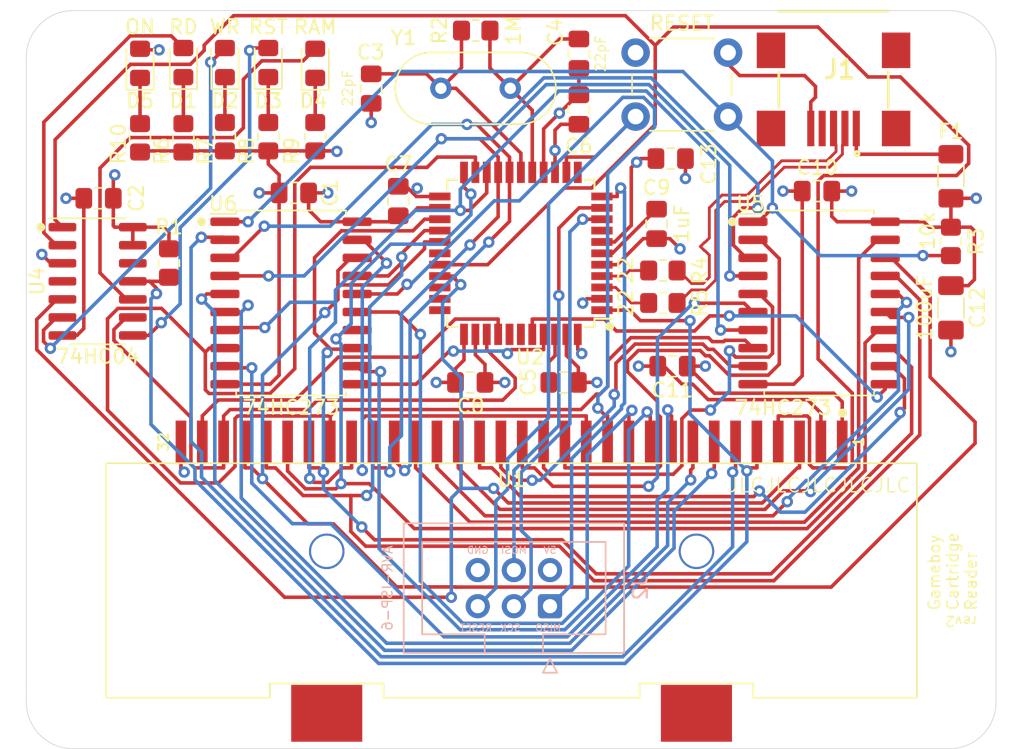
<source format=kicad_pcb>
(kicad_pcb (version 20240108) (generator "pcbnew") (generator_version "8.0")
  (layers (0 "F.Cu" signal) (1 "In1.Cu" mixed) (2 "In2.Cu" mixed) (31 "B.Cu" signal) (34 "B.Paste" user) (35 "F.Paste" user) (36 "B.SilkS" user "B.Silkscreen") (37 "F.SilkS" user "F.Silkscreen") (38 "B.Mask" user) (39 "F.Mask" user) (44 "Edge.Cuts" user))
  (net 0 "")
  (net 1 "GND")
  (net 2 "+5V")
  (net 3 "/D+")
  (net 4 "/D-")
  (net 5 "A0")
  (net 6 "A7")
  (net 7 "A6")
  (net 8 "A5")
  (net 9 "A4")
  (net 10 "A3")
  (net 11 "A2")
  (net 12 "A1")
  (net 13 "A8")
  (net 14 "A15")
  (net 15 "A14")
  (net 16 "A13")
  (net 17 "A12")
  (net 18 "A11")
  (net 19 "A10")
  (net 20 "A9")
  (net 21 "D7")
  (net 22 "D3")
  (net 23 "D6")
  (net 24 "D2")
  (net 25 "D5")
  (net 26 "D1")
  (net 27 "D0")
  (net 28 "D4")
  (net 29 "Net-(U2-XTAL1)")
  (net 30 "MOSI")
  (net 31 "SCK")
  (net 32 "MISO")
  (net 33 "USB+")
  (net 34 "USB-")
  (net 35 "Net-(U2-XTAL2)")
  (net 36 "Net-(U2-AREF)")
  (net 37 "Net-(U2-UCAP)")
  (net 38 "~{RESET}")
  (net 40 "AUDIO")
  (net 41 "WR")
  (net 42 "RD")
  (net 44 "SRAM")
  (net 45 "RST")
  (net 46 "VIN")
  (net 47 "Net-(D1-K)")
  (net 48 "Net-(D1-A)")
  (net 49 "Net-(D2-K)")
  (net 50 "Net-(D2-A)")
  (net 51 "Net-(D3-K)")
  (net 52 "Net-(D3-A)")
  (net 53 "Net-(D4-K)")
  (net 54 "Net-(D4-A)")
  (net 55 "Net-(D5-K)")
  (net 64 "CPH")
  (net 65 "CPL")
  (footprint "Capacitor_SMD:C_0805_2012Metric_Pad1.18x1.45mm_HandSolder" (layer "F.Cu") (at 78.867 53.9594 90)
    (property "Reference" "C4")
    (property "Value" "22pF")
  )
  (footprint "Capacitor_SMD:C_0805_2012Metric_Pad1.18x1.45mm_HandSolder" (layer "F.Cu") (at 64.262 56.4154 90)
    (property "Reference" "C3")
    (property "Value" "22pF")
  )
  (footprint "MountingHole:MountingHole_2.2mm_M2" (layer "F.Cu") (at 43.307 80.645)
    (property "Reference" "H1")
    (property "Value" "MountingHole")
  )
  (footprint "MountingHole:MountingHole_2.2mm_M2" (layer "F.Cu") (at 105.029 54.229)
    (property "Reference" "H2")
    (property "Value" "MountingHole")
  )
  (footprint "Resistor_SMD:R_0805_2012Metric_Pad1.20x1.40mm_HandSolder" (layer "F.Cu") (at 53.975 59.801 90)
    (property "Reference" "R7")
    (property "Value" "1k")
  )
  (footprint "Resistor_SMD:R_0805_2012Metric_Pad1.20x1.40mm_HandSolder" (layer "F.Cu") (at 57.023 59.801 90)
    (property "Reference" "R8")
    (property "Value" "1k")
  )
  (footprint "Resistor_SMD:R_0805_2012Metric_Pad1.20x1.40mm_HandSolder" (layer "F.Cu") (at 48.006 59.88 90)
    (property "Reference" "R10")
    (property "Value" "1k")
  )
  (footprint "Button_Switch_THT:SW_PUSH_6mm" (layer "F.Cu") (at 89.356 58.384 180)
    (property "Reference" "SW1")
    (property "Value" "RESET")
  )
  (footprint "MountingHole:MountingHole_2.2mm_M2" (layer "F.Cu") (at 105.029 80.645)
    (property "Reference" "H4")
    (property "Value" "MountingHole")
  )
  (footprint "Capacitor_SMD:C_0805_2012Metric_Pad1.18x1.45mm_HandSolder" (layer "F.Cu") (at 85.4495 75.946 180)
    (property "Reference" "C11")
    (property "Value" "0.1uF")
  )
  (footprint "Capacitor_SMD:C_0805_2012Metric_Pad1.18x1.45mm_HandSolder" (layer "F.Cu") (at 58.8225 63.754)
    (property "Reference" "C1")
    (property "Value" "0.1uF")
  )
  (footprint "Capacitor_SMD:C_0805_2012Metric_Pad1.18x1.45mm_HandSolder" (layer "F.Cu") (at 95.6095 63.627)
    (property "Reference" "C10")
    (property "Value" "0.1uF")
  )
  (footprint "Capacitor_SMD:C_0805_2012Metric_Pad1.18x1.45mm_HandSolder" (layer "F.Cu") (at 77.79 77.089)
    (property "Reference" "C5")
    (property "Value" "0.1uF")
  )
  (footprint "Capacitor_SMD:C_0805_2012Metric_Pad1.18x1.45mm_HandSolder" (layer "F.Cu") (at 66.167 64.328 -90)
    (property "Reference" "C7")
    (property "Value" "0.1uF")
  )
  (footprint "Capacitor_SMD:C_0805_2012Metric_Pad1.18x1.45mm_HandSolder" (layer "F.Cu") (at 71.2255 77.089 180)
    (property "Reference" "C8")
    (property "Value" "0.1uF")
  )
  (footprint "Capacitor_SMD:C_0805_2012Metric_Pad1.18x1.45mm_HandSolder" (layer "F.Cu") (at 84.328 65.9345 -90)
    (property "Reference" "C9")
    (property "Value" "1uF")
  )
  (footprint "Resistor_SMD:R_0805_2012Metric_Pad1.20x1.40mm_HandSolder" (layer "F.Cu") (at 71.612 52.3299)
    (property "Reference" "R2")
    (property "Value" "1M")
  )
  (footprint "Resistor_SMD:R_0805_2012Metric_Pad1.20x1.40mm_HandSolder" (layer "F.Cu") (at 84.773 69.215)
    (property "Reference" "R4")
    (property "Value" "22")
  )
  (footprint "Resistor_SMD:R_0805_2012Metric_Pad1.20x1.40mm_HandSolder" (layer "F.Cu") (at 84.773 71.501)
    (property "Reference" "R5")
    (property "Value" "22")
  )
  (footprint "Resistor_SMD:R_0805_2012Metric_Pad1.20x1.40mm_HandSolder" (layer "F.Cu") (at 51.054 59.88 90)
    (property "Reference" "R6")
    (property "Value" "1k")
  )
  (footprint "Resistor_SMD:R_0805_2012Metric_Pad1.20x1.40mm_HandSolder" (layer "F.Cu") (at 105.029 67.167 -90)
    (property "Reference" "R3")
    (property "Value" "10k")
  )
  (footprint "Capacitor_SMD:C_0805_2012Metric_Pad1.18x1.45mm_HandSolder" (layer "F.Cu") (at 45.089 64.135)
    (property "Reference" "C2")
    (property "Value" "0.1uF")
  )
  (footprint "Package_SO:SOIC-14_3.9x8.7mm_P1.27mm" (layer "F.Cu") (at 45.023 69.977)
    (property "Reference" "U4")
    (property "Value" "74HC04")
  )
  (footprint "MountingHole:MountingHole_2.2mm_M2" (layer "F.Cu") (at 43.307 54.229)
    (property "Reference" "H3")
    (property "Value" "MountingHole")
  )
  (footprint "Capacitor_SMD:C_0805_2012Metric_Pad1.18x1.45mm_HandSolder" (layer "F.Cu") (at 78.867 57.8905 -90)
    (property "Reference" "C6")
    (property "Value" "0.1uF")
  )
  (footprint "Capacitor_SMD:C_1206_3216Metric_Pad1.33x1.80mm_HandSolder" (layer "F.Cu") (at 105.029 71.8435 -90)
    (property "Reference" "C12")
    (property "Value" "100uF")
  )
  (footprint "Resistor_SMD:R_0805_2012Metric_Pad1.20x1.40mm_HandSolder" (layer "F.Cu") (at 60.325 59.801 90)
    (property "Reference" "R9")
    (property "Value" "1k")
  )
  (footprint "Resistor_SMD:R_0805_2012Metric_Pad1.20x1.40mm_HandSolder" (layer "F.Cu") (at 50.038 68.691 90)
    (property "Reference" "R1")
    (property "Value" "10k")
  )
  (footprint "gameboy_cartridge_holders:GBA" (layer "F.Cu") (at 74.134 90.976)
    (property "Reference" "U1")
    (property "Value" "GameboyCartridgeHolder")
  )
  (footprint "LED_SMD:LED_0805_2012Metric_Pad1.15x1.40mm_HandSolder" (layer "F.Cu") (at 60.325 54.6355 90)
    (property "Reference" "D4")
    (property "Value" "LED_SRAM")
  )
  (footprint "LED_SMD:LED_0805_2012Metric_Pad1.15x1.40mm_HandSolder" (layer "F.Cu") (at 51.054 54.5845 90)
    (property "Reference" "D1")
    (property "Value" "LED_RD")
  )
  (footprint "LED_SMD:LED_0805_2012Metric_Pad1.15x1.40mm_HandSolder" (layer "F.Cu") (at 53.975 54.5845 90)
    (property "Reference" "D2")
    (property "Value" "LED_WR")
  )
  (footprint "LED_SMD:LED_0805_2012Metric_Pad1.15x1.40mm_HandSolder" (layer "F.Cu") (at 48.006 54.636 90)
    (property "Reference" "D5")
    (property "Value" "LED_ON")
  )
  (footprint "LED_SMD:LED_0805_2012Metric_Pad1.15x1.40mm_HandSolder" (layer "F.Cu") (at 57.023 54.5845 90)
    (property "Reference" "D3")
    (property "Value" "LED_RST")
  )
  (footprint "Resistor_SMD:R_1206_3216Metric_Pad1.30x1.75mm_HandSolder" (layer "F.Cu") (at 105.029 62.585 90)
    (property "Reference" "F1")
    (property "Value" "Fuse")
  )
  (footprint "components:65100516121" (layer "F.Cu") (at 96.774 60.2224 180)
    (property "Reference" "J1")
    (property "Value" "USB_B_Mini" (hide yes))
  )
  (footprint "Package_SO:SOIC-20W_7.5x12.8mm_P1.27mm" (layer "F.Cu") (at 95.758 71.501)
    (property "Reference" "U5")
    (property "Value" "74HC273")
  )
  (footprint "Crystal:Crystal_HC49-U_Vertical" (layer "F.Cu") (at 74.041 56.3939 180)
    (property "Reference" "Y1")
    (property "Value" "16MHz")
  )
  (footprint "Package_SO:SOIC-20W_7.5x12.8mm_P1.27mm" (layer "F.Cu") (at 58.625 71.501)
    (property "Reference" "U6")
    (property "Value" "74HC273")
  )
  (footprint "Package_QFP:TQFP-44_10x10mm_P0.8mm" (layer "F.Cu") (at 74.788 68.008 180)
    (property "Reference" "U2")
    (property "Value" "ATmega32U4-A")
  )
  (footprint "Capacitor_SMD:C_0805_2012Metric_Pad1.18x1.45mm_HandSolder" (layer "F.Cu") (at 85.3225 61.341 180)
    (property "Reference" "C13")
    (property "Value" "0.1uF")
  )
  (footprint "Connector_IDC:IDC-Header_2x03_P2.54mm_Vertical" (layer "B.Cu") (at 76.835 92.837 90)
    (property "Reference" "J2")
    (property "Value" "AVR-ISP-6")
  )
  (gr_circle (center 41.021 66.167) (end 41.275 66.167) (stroke (width 0.12)) (fill solid) (layer "F.SilkS"))
  (gr_circle (center 89.662 65.786) (end 89.916 65.786) (stroke (width 0.12)) (fill solid) (layer "F.SilkS"))
  (gr_circle (center 52.324 65.786) (end 52.578 65.786) (stroke (width 0.12)) (fill solid) (layer "F.SilkS"))
  (gr_circle (center 97.409 79.248) (end 97.663 79.248) (stroke (width 0.12)) (fill solid) (layer "F.SilkS"))
  (gr_circle (center 81.026 73.152) (end 81.28 73.152) (stroke (width 0.12)) (fill solid) (layer "F.SilkS"))
  (gr_arc (start 40.005 54.229) (mid 40.972133 51.894133) (end 43.307 50.927) (stroke (width 0.05)) (layer "Edge.Cuts"))
  (gr_line (start 104.902 50.927) (end 43.307 50.927) (stroke (width 0.05)) (layer "Edge.Cuts"))
  (gr_line (start 104.902 102.87) (end 43.307 102.87) (stroke (width 0.05)) (layer "Edge.Cuts"))
  (gr_line (start 40.005 98.425) (end 40.005 99.568) (stroke (width 0.05)) (layer "Edge.Cuts"))
  (gr_arc (start 108.204 99.568) (mid 107.236867 101.902867) (end 104.902 102.87) (stroke (width 0.05)) (layer "Edge.Cuts"))
  (gr_line (start 108.204 54.229) (end 108.204 93.98) (stroke (width 0.05)) (layer "Edge.Cuts"))
  (gr_line (start 40.005 54.229) (end 40.005 98.425) (stroke (width 0.05)) (layer "Edge.Cuts"))
  (gr_arc (start 43.307 102.87) (mid 40.972133 101.902867) (end 40.005 99.568) (stroke (width 0.05)) (layer "Edge.Cuts"))
  (gr_line (start 108.204 93.98) (end 108.204 99.568) (stroke (width 0.05)) (layer "Edge.Cuts"))
  (gr_arc (start 104.902 50.927) (mid 107.236867 51.894133) (end 108.204 54.229) (stroke (width 0.05)) (layer "Edge.Cuts"))
  (gr_text "MISO" (at 76.708 94.361 0) (layer "B.SilkS") (effects (font (size 0.5 0.5) (thickness 0.07)) (justify mirror)))
  (gr_text "GND" (at 71.755 88.9 0) (layer "B.SilkS") (effects (font (size 0.5 0.5) (thickness 0.07)) (justify mirror)))
  (gr_text "5V" (at 76.835 88.9 0) (layer "B.SilkS") (effects (font (size 0.5 0.5) (thickness 0.07)) (justify mirror)))
  (gr_text "MOSI" (at 74.295 88.9 0) (layer "B.SilkS") (effects (font (size 0.5 0.5) (thickness 0.07)) (justify mirror)))
  (gr_text "RESET" (at 71.628 94.361 0) (layer "B.SilkS") (effects (font (size 0.5 0.5) (thickness 0.07)) (justify mirror)))
  (gr_text "SCK" (at 74.041 94.361 0) (layer "B.SilkS") (effects (font (size 0.5 0.5) (thickness 0.07)) (justify mirror)))
  (gr_text "RST" (at 57.023 52.07 0) (layer "F.SilkS") (effects (font (size 1 1))))
  (gr_text "RAM" (at 60.325 52.07 0) (layer "F.SilkS") (effects (font (size 1 1))))
  (gr_text "32" (at 49.657 81.28 90) (layer "F.SilkS") (effects (font (size 0.7 0.7))))
  (gr_text "rev2" (at 106.934 93.472 180) (layer "F.SilkS") (effects (font (size 0.7 0.7) (thickness 0.1)) (justify left bottom)))
  (gr_text "RD" (at 51.054 52.07 0) (layer "F.SilkS") (effects (font (size 1 1))))
  (gr_text "ON" (at 48.006 52.07 0) (layer "F.SilkS") (effects (font (size 1 1))))
  (gr_text "JLCJLCJLCJLCJLC" (at 95.758 84.328 0) (layer "F.SilkS") (effects (font (size 1 1) (thickness 0.1))))
  (gr_text "1" (at 98.552 81.28 90) (layer "F.SilkS") (effects (font (size 0.7 0.7))))
  (gr_text "WR" (at 53.975 52.07 0) (layer "F.SilkS") (effects (font (size 1 1))))
  (gr_text "Gameboy\nCartridge\nReader" (at 105.156 93.218 90) (layer "F.SilkS") (effects (font (size 0.8 0.8) (thickness 0.12)) (justify left)))
  (segment (start 57.023 60.801) (end 57.023 61.722) (width 0.25) (layer "F.Cu") (net 1))
  (segment (start 57.023 60.801) (end 60.325 60.801) (width 0.25) (layer "F.Cu") (net 1))
  (segment (start 95.174 57.353) (end 95.504 57.023) (width 0.25) (layer "F.Cu") (net 1))
  (segment (start 84.412 75.946) (end 84.8544 75.946) (width 0.25) (layer "F.Cu") (net 1))
  (segment (start 53.975 60.801) (end 51.03 60.801) (width 0.25) (layer "F.Cu") (net 1))
  (segment (start 51.03 60.801) (end 51.054 60.825) (width 0.25) (layer "F.Cu") (net 1))
  (segment (start 43.561 73.787) (end 44.0515 73.2965) (width 0.25) (layer "F.Cu") (net 1))
  (segment (start 95.504 57.023) (end 95.504 56.261) (width 0.25) (layer "F.Cu") (net 1))
  (segment (start 86.36 61.341) (end 86.36 62.738) (width 0.25) (layer "F.Cu") (net 1))
  (segment (start 57.785 62.484) (end 57.785 63.754) (width 0.25) (layer "F.Cu") (net 1))
  (segment (start 78.783 56.853) (end 77.4951 58.1409) (width 0.25) (layer "F.Cu") (net 1))
  (segment (start 66.7195 63.2905) (end 67.1747 63.7457) (width 0.25) (layer "F.Cu") (net 1))
  (segment (start 57.785 63.754) (end 57.785 76.581) (width 0.25) (layer "F.Cu") (net 1))
  (segment (start 94.572 76.624) (end 93.98 77.216) (width 0.25) (layer "F.Cu") (net 1))
  (segment (start 94.572 63.627) (end 94.572 76.624) (width 0.25) (layer "F.Cu") (net 1))
  (segment (start 83.396 66.972) (end 81.56 68.808) (width 0.25) (layer "F.Cu") (net 1))
  (segment (start 57.785 63.754) (end 56.388 63.754) (width 0.25) (layer "F.Cu") (net 1))
  (segment (start 57.785 76.581) (end 57.15 77.216) (width 0.25) (layer "F.Cu") (net 1))
  (segment (start 78.8275 76.0335) (end 78.8275 77.089) (width 0.25) (layer "F.Cu") (net 1))
  (segment (start 42.548 73.787) (end 43.561 73.787) (width 0.25) (layer "F.Cu") (net 1))
  (segment (start 78.867 56.853) (end 78.783 56.853) (width 0.25) (layer "F.Cu") (net 1))
  (segment (start 94.742 55.499) (end 90.17 55.499) (width 0.25) (layer "F.Cu") (net 1))
  (segment (start 51.1107 83.4003) (end 50.884 83.1736) (width 0.25) (layer "F.Cu") (net 1))
  (segment (start 84.328 66.972) (end 85.26 66.972) (width 0.25) (layer "F.Cu") (net 1))
  (segment (start 78.8275 77.089) (end 80.137 77.089) (width 0.25) (layer "F.Cu") (net 1))
  (segment (start 86.1244 77.216) (end 86.868 77.216) (width 0.25) (layer "F.Cu") (net 1))
  (segment (start 77.988 73.708) (end 77.988 75.194) (width 0.25) (layer "F.Cu") (net 1))
  (segment (start 66.167 63.2905) (end 66.7195 63.2905) (width 0.25) (layer "F.Cu") (net 1))
  (segment (start 50.884 83.1736) (end 50.884 83.1013) (width 0.25) (layer "F.Cu") (net 1))
  (segment (start 67.437 64.008) (end 69.088 64.008) (width 0.25) (layer "F.Cu") (net 1))
  (segment (start 71.588 73.708) (end 71.588 75.144) (width 0.25) (layer "F.Cu") (net 1))
  (segment (start 76.388 59.248) (end 76.388 62.308) (width 0.25) (layer "F.Cu") (net 1))
  (segment (start 77.4951 58.1409) (end 76.388 59.248) (width 0.25) (layer "F.Cu") (net 1))
  (segment (start 94.938 78.301) (end 95.885 79.248) (width 0.25) (layer "F.Cu") (net 1))
  (segment (start 72.263 77.089) (end 73.66 77.089) (width 0.25) (layer "F.Cu") (net 1))
  (segment (start 85.26 66.972) (end 85.979 67.691) (width 0.25) (layer "F.Cu") (net 1))
  (segment (start 95.884 79.249) (end 95.884 81.276) (width 0.25) (layer "F.Cu") (net 1))
  (segment (start 72.263 75.819) (end 72.263 77.089) (width 0.25) (layer "F.Cu") (net 1))
  (segment (start 51.03 60.801) (end 48.085 60.801) (width 0.25) (layer "F.Cu") (net 1))
  (segment (start 84.328 66.972) (end 83.396 66.972) (width 0.25) (layer "F.Cu") (net 1))
  (segment (start 64.262 57.4529) (end 64.262 58.801) (width 0.25) (layer "F.Cu") (net 1))
  (segment (start 93.98 77.216) (end 91.108 77.216) (width 0.25) (layer "F.Cu") (net 1))
  (segment (start 87.953 78.301) (end 94.938 78.301) (width 0.25) (layer "F.Cu") (net 1))
  (segment (start 81.56 68.808) (end 80.488 68.808) (width 0.25) (layer "F.Cu") (net 1))
  (segment (start 78.867 54.9969) (end 78.867 56.853) (width 0.25) (layer "F.Cu") (net 1))
  (segment (start 48.085 60.801) (end 48.006 60.88) (width 0.25) (layer "F.Cu") (net 1))
  (segment (start 57.023 60.801) (end 53.975 60.801) (width 0.25) (layer "F.Cu") (net 1))
  (segment (start 57.023 61.722) (end 57.785 62.484) (width 0.25) (layer "F.Cu") (net 1))
  (segment (start 84.412 75.946) (end 83.058 75.946) (width 0.25) (layer "F.Cu") (net 1))
  (segment (start 67.4955 63.4249) (end 67.1747 63.7457) (width 0.25) (layer "F.Cu") (net 1))
  (segment (start 77.988 75.194) (end 78.8275 76.0335) (width 0.25) (layer "F.Cu") (net 1))
  (segment (start 44.0515 64.135) (end 42.799 64.135) (width 0.25) (layer "F.Cu") (net 1))
  (segment (start 57.15 77.216) (end 53.975 77.216) (width 0.25) (layer "F.Cu") (net 1))
  (segment (start 86.868 77.216) (end 87.953 78.301) (width 0.25) (layer "F.Cu") (net 1))
  (segment (start 95.504 56.261) (end 94.742 55.499) (width 0.25) (layer "F.Cu") (net 1))
  (segment (start 51.054 60.825) (end 51.054 60.88) (width 0.25) (layer "F.Cu") (net 1))
  (segment (start 44.0515 73.2965) (end 44.0515 64.135) (width 0.25) (layer "F.Cu") (net 1))
  (segment (start 94.572 63.627) (end 93.218 63.627) (width 0.25) (layer "F.Cu") (net 1))
  (segment (start 90.17 55.499) (end 89.356 54.685) (width 0.25) (layer "F.Cu") (net 1))
  (segment (start 95.174 59.2224) (end 95.174 57.353) (width 0.25) (layer "F.Cu") (net 1))
  (segment (start 84.8544 75.946) (end 86.1244 77.216) (width 0.25) (layer "F.Cu") (net 1))
  (segment (start 71.588 75.144) (end 72.263 75.819) (width 0.25) (layer "F.Cu") (net 1))
  (segment (start 95.885 79.248) (end 95.884 79.249) (width 0.25) (layer "F.Cu") (net 1))
  (segment (start 50.884 81.276) (end 50.884 83.1013) (width 0.25) (layer "F.Cu") (net 1))
  (segment (start 61.817 60.801) (end 61.849 60.833) (width 0.25) (layer "F.Cu") (net 1))
  (segment (start 60.325 60.801) (end 61.817 60.801) (width 0.25) (layer "F.Cu") (net 1))
  (segment (start 67.1747 63.7457) (end 67.437 64.008) (width 0.25) (layer "F.Cu") (net 1))
  (segment (start 89.356 54.685) (end 89.356 53.884) (width 0.25) (layer "F.Cu") (net 1))
  (segment (start 105.029 73.406) (end 105.029 74.93) (width 0.25) (layer "F.Cu") (net 1))
  (via (at 56.388 63.754) (size 0.8) (drill 0.4) (layers "F.Cu" "B.Cu") (net 1))
  (via (at 105.029 74.93) (size 0.8) (drill 0.4) (layers "F.Cu" "B.Cu") (net 1))
  (via (at 83.058 75.946) (size 0.8) (drill 0.4) (layers "F.Cu" "B.Cu") (net 1))
  (via (at 73.66 77.089) (size 0.8) (drill 0.4) (layers "F.Cu" "B.Cu") (net 1))
  (via (at 77.4951 58.1409) (size 0.8) (drill 0.4) (layers "F.Cu" "B.Cu") (net 1))
  (via (at 85.979 67.691) (size 0.8) (drill 0.4) (layers "F.Cu" "B.Cu") (net 1))
  (via (at 67.4955 63.4249) (size 0.8) (drill 0.4) (layers "F.Cu" "B.Cu") (net 1))
  (via (at 51.1107 83.4003) (size 0.8) (drill 0.4) (layers "F.Cu" "B.Cu") (net 1))
  (via (at 42.799 64.135) (size 0.8) (drill 0.4) (layers "F.Cu" "B.Cu") (net 1))
  (via (at 86.36 62.738) (size 0.8) (drill 0.4) (layers "F.Cu" "B.Cu") (net 1))
  (via (at 93.218 63.627) (size 0.8) (drill 0.4) (layers "F.Cu" "B.Cu") (net 1))
  (via (at 64.262 58.801) (size 0.8) (drill 0.4) (layers "F.Cu" "B.Cu") (net 1))
  (via (at 80.137 77.089) (size 0.8) (drill 0.4) (layers "F.Cu" "B.Cu") (net 1))
  (via (at 61.849 60.833) (size 0.8) (drill 0.4) (layers "F.Cu" "B.Cu") (net 1))
  (segment (start 78.788 74.7833) (end 79.0664 75.0617) (width 0.25) (layer "F.Cu") (net 2))
  (segment (start 66.9685 65.3655) (end 67.526 64.808) (width 0.25) (layer "F.Cu") (net 2))
  (segment (start 82.55 66.0386) (end 82.55 61.976) (width 0.25) (layer "F.Cu") (net 2))
  (segment (start 103.505 66.167) (end 105.029 66.167) (width 0.25) (layer "F.Cu") (net 2))
  (segment (start 86.487 75.946) (end 88.392 77.851) (width 0.25) (layer "F.Cu") (net 2))
  (segment (start 77.188 59.337) (end 77.597 58.928) (width 0.25) (layer "F.Cu") (net 2))
  (segment (start 97.028 65.786) (end 96.647 65.405) (width 0.25) (layer "F.Cu") (net 2))
  (segment (start 50.038 67.691) (end 50.038 66.548) (width 0.25) (layer "F.Cu") (net 2))
  (segment (start 70.188 77.089) (end 68.834 77.089) (width 0.25) (layer "F.Cu") (net 2))
  (segment (start 80.488 67.208) (end 81.3806 67.208) (width 0.25) (layer "F.Cu") (net 2))
  (segment (start 97.384 78.461) (end 97.384 81.276) (width 0.25) (layer "F.Cu") (net 2))
  (segment (start 79.4127 71.2305) (end 79.4127 71.208) (width 0.25) (layer "F.Cu") (net 2))
  (segment (start 46.1265 64.135) (end 46.1265 66.0655) (width 0.25) (layer "F.Cu") (net 2))
  (segment (start 50.038 66.548) (end 49.657 66.167) (width 0.25) (layer "F.Cu") (net 2))
  (segment (start 47.498 67.437) (end 47.498 66.167) (width 0.25) (layer "F.Cu") (net 2))
  (segment (start 78.788 73.708) (end 78.788 74.7833) (width 0.25) (layer "F.Cu") (net 2))
  (segment (start 106.249 70.281) (end 106.68 69.85) (width 0.25) (layer "F.Cu") (net 2))
  (segment (start 103.124 65.786) (end 103.505 66.167) (width 0.25) (layer "F.Cu") (net 2))
  (segment (start 48.0858 53.6908) (end 48.006 53.611) (width 0.25) (layer "F.Cu") (net 2))
  (segment (start 70.188 77.089) (end 70.188 76.116) (width 0.25) (layer "F.Cu") (net 2))
  (segment (start 60.706 65.786) (end 63.275 65.786) (width 0.25) (layer "F.Cu") (net 2))
  (segment (start 106.426 66.167) (end 105.029 66.167) (width 0.25) (layer "F.Cu") (net 2))
  (segment (start 46.1265 66.0655) (end 46.228 66.167) (width 0.25) (layer "F.Cu") (net 2))
  (segment (start 49.3436 53.6908) (end 48.0858 53.6908) (width 0.25) (layer "F.Cu") (net 2))
  (segment (start 59.86 64.94) (end 60.706 65.786) (width 0.25) (layer "F.Cu") (net 2))
  (segment (start 46.228 66.167) (end 47.498 66.167) (width 0.25) (layer "F.Cu") (net 2))
  (segment (start 77.188 62.308) (end 77.188 60.7652) (width 0.25) (layer "F.Cu") (net 2))
  (segment (start 59.86 63.754) (end 59.86 64.94) (width 0.25) (layer "F.Cu") (net 2))
  (segment (start 106.68 69.85) (end 106.68 66.421) (width 0.25) (layer "F.Cu") (net 2))
  (segment (start 63.275 65.786) (end 65.7465 65.786) (width 0.25) (layer "F.Cu") (net 2))
  (segment (start 96.647 65.405) (end 96.647 63.627) (width 0.25) (layer "F.Cu") (net 2))
  (segment (start 77.597 58.928) (end 78.867 58.928) (width 0.25) (layer "F.Cu") (net 2))
  (segment (start 49.657 66.167) (end 47.498 66.167) (width 0.25) (layer "F.Cu") (net 2))
  (segment (start 67.526 64.808) (end 69.088 64.808) (width 0.25) (layer "F.Cu") (net 2))
  (segment (start 77.188 60.7652) (end 77.188 59.337) (width 0.25) (layer "F.Cu") (net 2))
  (segment (start 105.029 64.135) (end 105.029 66.167) (width 0.25) (layer "F.Cu") (net 2))
  (segment (start 66.167 65.3655) (end 66.9685 65.3655) (width 0.25) (layer "F.Cu") (net 2))
  (segment (start 86.487 75.946) (end 87.757 75.946) (width 0.25) (layer "F.Cu") (net 2))
  (segment (start 79.1334 71.5098) (end 79.4127 71.2305) (width 0.25) (layer "F.Cu") (net 2))
  (segment (start 80.488 71.208) (end 79.4127 71.208) (width 0.25) (layer "F.Cu") (net 2))
  (segment (start 83.185 61.341) (end 84.285 61.341) (width 0.25) (layer "F.Cu") (net 2))
  (segment (start 41.726 68.707) (end 42.548 68.707) (width 0.25) (layer "F.Cu") (net 2))
  (segment (start 70.788 75.516) (end 70.788 73.708) (width 0.25) (layer "F.Cu") (net 2))
  (segment (start 96.774 77.851) (end 97.384 78.461) (width 0.25) (layer "F.Cu") (net 2))
  (segment (start 59.86 63.754) (end 61.214 63.754) (width 0.25) (layer "F.Cu") (net 2))
  (segment (start 105.029 70.281) (end 106.249 70.281) (width 0.25) (layer "F.Cu") (net 2))
  (segment (start 65.7465 65.786) (end 66.167 65.3655) (width 0.25) (layer "F.Cu") (net 2))
  (segment (start 106.68 66.421) (end 106.426 66.167) (width 0.25) (layer "F.Cu") (net 2))
  (segment (start 88.392 77.851) (end 96.774 77.851) (width 0.25) (layer "F.Cu") (net 2))
  (segment (start 82.55 61.976) (end 82.9285 61.5975) (width 0.25) (layer "F.Cu") (net 2))
  (segment (start 81.3806 67.208) (end 82.55 66.0386) (width 0.25) (layer "F.Cu") (net 2))
  (segment (start 100.408 65.786) (end 97.028 65.786) (width 0.25) (layer "F.Cu") (net 2))
  (segment (start 70.188 76.116) (end 70.788 75.516) (width 0.25) (layer "F.Cu") (net 2))
  (segment (start 100.408 65.786) (end 103.124 65.786) (width 0.25) (layer "F.Cu") (net 2))
  (segment (start 96.647 63.627) (end 98.044 63.627) (width 0.25) (layer "F.Cu") (net 2))
  (segment (start 82.9285 61.5975) (end 83.185 61.341) (width 0.25) (layer "F.Cu") (net 2))
  (segment (start 46.1265 62.5855) (end 46.228 62.484) (width 0.25) (layer "F.Cu") (net 2))
  (segment (start 105.029 64.135) (end 106.807 64.135) (width 0.25) (layer "F.Cu") (net 2))
  (segment (start 46.1265 64.135) (end 46.1265 62.5855) (width 0.25) (layer "F.Cu") (net 2))
  (segment (start 41.1021 68.0831) (end 41.726 68.707) (width 0.25) (layer "F.Cu") (net 2))
  (via (at 79.1334 71.5098) (size 0.8) (drill 0.4) (layers "F.Cu" "B.Cu") (net 2))
  (via (at 82.9285 61.5975) (size 0.8) (drill 0.4) (layers "F.Cu" "B.Cu") (net 2))
  (via (at 61.214 63.754) (size 0.8) (drill 0.4) (layers "F.Cu" "B.Cu") (net 2))
  (via (at 68.834 77.089) (size 0.8) (drill 0.4) (layers "F.Cu" "B.Cu") (net 2))
  (via (at 49.3436 53.6908) (size 0.8) (drill 0.4) (layers "F.Cu" "B.Cu") (net 2))
  (via (at 106.807 64.135) (size 0.8) (drill 0.4) (layers "F.Cu" "B.Cu") (net 2))
  (via (at 87.757 75.946) (size 0.8) (drill 0.4) (layers "F.Cu" "B.Cu") (net 2))
  (via (at 77.188 60.7652) (size 0.8) (drill 0.4) (layers "F.Cu" "B.Cu") (net 2))
  (via (at 79.0664 75.0617) (size 0.8) (drill 0.4) (layers "F.Cu" "B.Cu") (net 2))
  (via (at 46.228 62.484) (size 0.8) (drill 0.4) (layers "F.Cu" "B.Cu") (net 2))
  (via (at 98.044 63.627) (size 0.8) (drill 0.4) (layers "F.Cu" "B.Cu") (net 2))
  (via (at 41.1021 68.0831) (size 0.8) (drill 0.4) (layers "F.Cu" "B.Cu") (net 2))
  (segment (start 96.949 60.8478) (end 96.2998 61.497) (width 0.2) (layer "F.Cu") (net 3))
  (segment (start 87.7097 67.229) (end 87.4097 67.529) (width 0.2) (layer "F.Cu") (net 3))
  (segment (start 87.7097 67.829) (end 87.74 67.829) (width 0.2) (layer "F.Cu") (net 3))
  (segment (start 96.2998 61.497) (end 93.1248 61.497) (width 0.2) (layer "F.Cu") (net 3))
  (segment (start 88.04 69.6918) (end 87.5988 70.133) (width 0.2) (layer "F.Cu") (net 3))
  (segment (start 88.9338 63.91) (end 88.04 64.8038) (width 0.2) (layer "F.Cu") (net 3))
  (segment (start 93.1248 61.497) (end 90.7118 63.91) (width 0.2) (layer "F.Cu") (net 3))
  (segment (start 87.5988 70.133) (end 86.791 70.133) (width 0.2) (layer "F.Cu") (net 3))
  (segment (start 90.7118 63.91) (end 88.9338 63.91) (width 0.2) (layer "F.Cu") (net 3))
  (segment (start 88.04 68.129) (end 88.04 69.6918) (width 0.2) (layer "F.Cu") (net 3))
  (segment (start 88.04 64.8038) (end 88.04 66.929) (width 0.2) (layer "F.Cu") (net 3))
  (segment (start 96.774 60.2224) (end 96.949 60.3974) (width 0.2) (layer "F.Cu") (net 3))
  (segment (start 96.774 59.2224) (end 96.774 60.2224) (width 0.2) (layer "F.Cu") (net 3))
  (segment (start 86.791 70.133) (end 85.873 69.215) (width 0.2) (layer "F.Cu") (net 3))
  (segment (start 87.4097 67.529) (end 87.7097 67.829) (width 0.2) (layer "F.Cu") (net 3))
  (segment (start 87.74 67.829) (end 88.04 68.129) (width 0.2) (layer "F.Cu") (net 3))
  (segment (start 87.74 67.229) (end 87.7097 67.229) (width 0.2) (layer "F.Cu") (net 3))
  (segment (start 96.949 60.3974) (end 96.949 60.8478) (width 0.2) (layer "F.Cu") (net 3))
  (segment (start 88.04 66.929) (end 87.74 67.229) (width 0.2) (layer "F.Cu") (net 3))
  (segment (start 85.873 69.215) (end 85.773 69.215) (width 0.2) (layer "F.Cu") (net 3))
  (segment (start 97.399 61.0342) (end 96.4862 61.947) (width 0.2) (layer "F.Cu") (net 4))
  (segment (start 97.399 60.3974) (end 97.399 61.0342) (width 0.2) (layer "F.Cu") (net 4))
  (segment (start 88.49 64.9902) (end 88.49 69.8782) (width 0.2) (layer "F.Cu") (net 4))
  (segment (start 90.8982 64.36) (end 89.1202 64.36) (width 0.2) (layer "F.Cu") (net 4))
  (segment (start 88.49 69.8782) (end 87.7852 70.583) (width 0.2) (layer "F.Cu") (net 4))
  (segment (start 87.7852 70.583) (end 86.791 70.583) (width 0.2) (layer "F.Cu") (net 4))
  (segment (start 85.873 71.501) (end 85.773 71.501) (width 0.2) (layer "F.Cu") (net 4))
  (segment (start 97.574 59.2224) (end 97.574 60.2224) (width 0.2) (layer "F.Cu") (net 4))
  (segment (start 93.3112 61.947) (end 90.8982 64.36) (width 0.2) (layer "F.Cu") (net 4))
  (segment (start 86.791 70.583) (end 85.873 71.501) (width 0.2) (layer "F.Cu") (net 4))
  (segment (start 97.574 60.2224) (end 97.399 60.3974) (width 0.2) (layer "F.Cu") (net 4))
  (segment (start 96.4862 61.947) (end 93.3112 61.947) (width 0.2) (layer "F.Cu") (net 4))
  (segment (start 89.1202 64.36) (end 88.49 64.9902) (width 0.2) (layer "F.Cu") (net 4))
  (segment (start 52.3145 66.8752) (end 53.7942 66.8752) (width 0.25) (layer "F.Cu") (net 5))
  (segment (start 53.7942 66.8752) (end 53.975 67.056) (width 0.25) (layer "F.Cu") (net 5))
  (segment (start 89.884 83.1013) (end 89.6778 83.3075) (width 0.25) (layer "F.Cu") (net 5))
  (segment (start 89.884 81.276) (end 89.884 83.1013) (width 0.25) (layer "F.Cu") (net 5))
  (segment (start 89.6778 83.3075) (end 89.6778 83.4047) (width 0.25) (layer "F.Cu") (net 5))
  (via (at 52.3145 66.8752) (size 0.8) (drill 0.4) (layers "F.Cu" "B.Cu") (net 5))
  (via (at 89.6778 83.4047) (size 0.8) (drill 0.4) (layers "F.Cu" "B.Cu") (net 5))
  (segment (start 64.9675 96.3948) (end 52.3321 83.7594) (width 0.25) (layer "B.Cu") (net 5))
  (segment (start 51.5942 67.5955) (end 52.3145 66.8752) (width 0.25) (layer "B.Cu") (net 5))
  (segment (start 52.3321 82.0002) (end 51.5942 81.2623) (width 0.25) (layer "B.Cu") (net 5))
  (segment (start 52.3321 83.7594) (end 52.3321 82.0002) (width 0.25) (layer "B.Cu") (net 5))
  (segment (start 89.6778 88.6601) (end 81.9431 96.3948) (width 0.25) (layer "B.Cu") (net 5))
  (segment (start 89.6778 83.4047) (end 89.6778 88.6601) (width 0.25) (layer "B.Cu") (net 5))
  (segment (start 81.9431 96.3948) (end 64.9675 96.3948) (width 0.25) (layer "B.Cu") (net 5))
  (segment (start 51.5942 81.2623) (end 51.5942 67.5955) (width 0.25) (layer "B.Cu") (net 5))
  (segment (start 63.7229 67.056) (end 65.3372 68.6703) (width 0.25) (layer "F.Cu") (net 6))
  (segment (start 63.8742 79.4507) (end 63.634 79.6909) (width 0.25) (layer "F.Cu") (net 6))
  (segment (start 63.275 67.056) (end 63.7229 67.056) (width 0.25) (layer "F.Cu") (net 6))
  (segment (start 63.634 79.6909) (end 63.634 83.2787) (width 0.25) (layer "F.Cu") (net 6))
  (segment (start 79.384 81.276) (end 79.384 79.4507) (width 0.25) (layer "F.Cu") (net 6))
  (segment (start 65.3372 68.6703) (end 65.3372 68.7007) (width 0.25) (layer "F.Cu") (net 6))
  (segment (start 79.384 79.4507) (end 63.8742 79.4507) (width 0.25) (layer "F.Cu") (net 6))
  (via (at 63.634 83.2787) (size 0.8) (drill 0.4) (layers "F.Cu" "B.Cu") (net 6))
  (via (at 65.3372 68.7007) (size 0.8) (drill 0.4) (layers "F.Cu" "B.Cu") (net 6))
  (segment (start 63.634 83.2787) (end 63.634 70.4039) (width 0.25) (layer "B.Cu") (net 6))
  (segment (start 63.634 70.4039) (end 65.3372 68.7007) (width 0.25) (layer "B.Cu") (net 6))
  (segment (start 66.7802 70.1845) (end 66.0987 70.866) (width 0.25) (layer "F.Cu") (net 7))
  (segment (start 80.884 79.4507) (end 80.7579 79.4507) (width 0.25) (layer "F.Cu") (net 7))
  (segment (start 66.0987 70.866) (end 63.275 70.866) (width 0.25) (layer "F.Cu") (net 7))
  (segment (start 80.884 81.276) (end 80.884 79.4507) (width 0.25) (layer "F.Cu") (net 7))
  (segment (start 80.7579 79.4507) (end 80.2008 78.8936) (width 0.25) (layer "F.Cu") (net 7))
  (via (at 66.7802 70.1845) (size 0.8) (drill 0.4) (layers "F.Cu" "B.Cu") (net 7))
  (via (at 80.2008 78.8936) (size 0.8) (drill 0.4) (layers "F.Cu" "B.Cu") (net 7))
  (segment (start 83.4157 57.0347) (end 84.1868 57.8058) (width 0.25) (layer "B.Cu") (net 7))
  (segment (start 67.0436 70.1845) (end 72.9144 64.3137) (width 0.25) (layer "B.Cu") (net 7))
  (segment (start 80.8863 77.3742) (end 80.2008 78.0597) (width 0.25) (layer "B.Cu") (net 7))
  (segment (start 80.2008 78.0597) (end 80.2008 78.8936) (width 0.25) (layer "B.Cu") (net 7))
  (segment (start 81.9557 57.0347) (end 83.4157 57.0347) (width 0.25) (layer "B.Cu") (net 7))
  (segment (start 84.1868 59.1206) (end 80.8863 62.4211) (width 0.25) (layer "B.Cu") (net 7))
  (segment (start 72.9144 64.3137) (end 74.6767 64.3137) (width 0.25) (layer "B.Cu") (net 7))
  (segment (start 74.6767 64.3137) (end 81.9557 57.0347) (width 0.25) (layer "B.Cu") (net 7))
  (segment (start 84.1868 57.8058) (end 84.1868 59.1206) (width 0.25) (layer "B.Cu") (net 7))
  (segment (start 80.8863 62.4211) (end 80.8863 77.3742) (width 0.25) (layer "B.Cu") (net 7))
  (segment (start 66.7802 70.1845) (end 67.0436 70.1845) (width 0.25) (layer "B.Cu") (net 7))
  (segment (start 82.384 81.276) (end 82.384 79.2627) (width 0.25) (layer "F.Cu") (net 8))
  (segment (start 67.7221 73.7083) (end 66.1498 72.136) (width 0.25) (layer "F.Cu") (net 8))
  (segment (start 66.1498 72.136) (end 63.275 72.136) (width 0.25) (layer "F.Cu") (net 8))
  (segment (start 82.384 79.2627) (end 82.5938 79.0529) (width 0.25) (layer "F.Cu") (net 8))
  (via (at 67.7221 73.7083) (size 0.8) (drill 0.4) (layers "F.Cu" "B.Cu") (net 8))
  (via (at 82.5938 79.0529) (size 0.8) (drill 0.4) (layers "F.Cu" "B.Cu") (net 8))
  (segment (start 79.451 92.2869) (end 79.451 82.1957) (width 0.25) (layer "B.Cu") (net 8))
  (segment (start 67.7221 91.0601) (end 70.7054 94.0434) (width 0.25) (layer "B.Cu") (net 8))
  (segment (start 70.7054 94.0434) (end 77.6945 94.0434) (width 0.25) (layer "B.Cu") (net 8))
  (segment (start 77.6945 94.0434) (end 79.451 92.2869) (width 0.25) (layer "B.Cu") (net 8))
  (segment (start 79.451 82.1957) (end 82.5938 79.0529) (width 0.25) (layer "B.Cu") (net 8))
  (segment (start 67.7221 73.7083) (end 67.7221 91.0601) (width 0.25) (layer "B.Cu") (net 8))
  (segment (start 63.6611 76.3321) (end 64.9166 76.3321) (width 0.25) (layer "F.Cu") (net 9))
  (segment (start 83.6641 79.2308) (end 83.6641 79.1682) (width 0.25) (layer "F.Cu") (net 9))
  (segment (start 83.884 81.276) (end 83.884 79.4507) (width 0.25) (layer "F.Cu") (net 9))
  (segment (start 83.884 79.4507) (end 83.6641 79.2308) (width 0.25) (layer "F.Cu") (net 9))
  (segment (start 63.275 75.946) (end 63.6611 76.3321) (width 0.25) (layer "F.Cu") (net 9))
  (segment (start 64.9166 76.3321) (end 64.9166 76.3322) (width 0.25) (layer "F.Cu") (net 9))
  (via (at 83.6641 79.1682) (size 0.8) (drill 0.4) (layers "F.Cu" "B.Cu") (net 9))
  (via (at 64.9166 76.3322) (size 0.8) (drill 0.4) (layers "F.Cu" "B.Cu") (net 9))
  (segment (start 82.3686 80.4637) (end 83.6641 79.1682) (width 0.25) (layer "B.Cu") (net 9))
  (segment (start 70.5189 94.4938) (end 77.881 94.4938) (width 0.25) (layer "B.Cu") (net 9))
  (segment (start 77.881 94.4938) (end 82.3686 90.0062) (width 0.25) (layer "B.Cu") (net 9))
  (segment (start 82.3686 90.0062) (end 82.3686 80.4637) (width 0.25) (layer "B.Cu") (net 9))
  (segment (start 64.8164 76.4324) (end 64.8164 88.7913) (width 0.25) (layer "B.Cu") (net 9))
  (segment (start 64.9166 76.3322) (end 64.8164 76.4324) (width 0.25) (layer "B.Cu") (net 9))
  (segment (start 64.8164 88.7913) (end 70.5189 94.4938) (width 0.25) (layer "B.Cu") (net 9))
  (segment (start 54.0916 76.0626) (end 53.975 75.946) (width 0.25) (layer "F.Cu") (net 10))
  (segment (start 85.384 79.4507) (end 85.1151 79.1818) (width 0.25) (layer "F.Cu") (net 10))
  (segment (start 55.8639 76.0626) (end 54.0916 76.0626) (width 0.25) (layer "F.Cu") (net 10))
  (segment (start 85.1151 79.1818) (end 85.1151 79.0228) (width 0.25) (layer "F.Cu") (net 10))
  (segment (start 85.384 81.276) (end 85.384 79.4507) (width 0.25) (layer "F.Cu") (net 10))
  (via (at 85.1151 79.0228) (size 0.8) (drill 0.4) (layers "F.Cu" "B.Cu") (net 10))
  (via (at 55.8639 76.0626) (size 0.8) (drill 0.4) (layers "F.Cu" "B.Cu") (net 10))
  (segment (start 78.039 94.9962) (end 69.3823 94.9962) (width 0.25) (layer "B.Cu") (net 10))
  (segment (start 55.8639 84.1724) (end 55.8639 76.0626) (width 0.25) (layer "B.Cu") (net 10))
  (segment (start 69.3823 94.9962) (end 61.4151 87.029) (width 0.25) (layer "B.Cu") (net 10))
  (segment (start 84.369 88.6662) (end 78.039 94.9962) (width 0.25) (layer "B.Cu") (net 10))
  (segment (start 84.369 85.3854) (end 84.369 88.6662) (width 0.25) (layer "B.Cu") (net 10))
  (segment (start 85.1151 79.0228) (end 85.1151 84.6393) (width 0.25) (layer "B.Cu") (net 10))
  (segment (start 58.7205 87.029) (end 55.8639 84.1724) (width 0.25) (layer "B.Cu") (net 10))
  (segment (start 85.1151 84.6393) (end 84.369 85.3854) (width 0.25) (layer "B.Cu") (net 10))
  (segment (start 61.4151 87.029) (end 58.7205 87.029) (width 0.25) (layer "B.Cu") (net 10))
  (segment (start 86.884 81.276) (end 86.884 83.1013) (width 0.25) (layer "F.Cu") (net 11))
  (segment (start 55.6048 71.6629) (end 55.1317 72.136) (width 0.25) (layer "F.Cu") (net 11))
  (segment (start 86.7268 83.2585) (end 86.7268 83.9523) (width 0.25) (layer "F.Cu") (net 11))
  (segment (start 86.884 83.1013) (end 86.7268 83.2585) (width 0.25) (layer "F.Cu") (net 11))
  (segment (start 55.1317 72.136) (end 53.975 72.136) (width 0.25) (layer "F.Cu") (net 11))
  (via (at 86.7268 83.9523) (size 0.8) (drill 0.4) (layers "F.Cu" "B.Cu") (net 11))
  (via (at 55.6048 71.6629) (size 0.8) (drill 0.4) (layers "F.Cu" "B.Cu") (net 11))
  (segment (start 85.1082 88.5639) (end 78.2255 95.4466) (width 0.25) (layer "B.Cu") (net 11))
  (segment (start 78.2255 95.4466) (end 65.3467 95.4466) (width 0.25) (layer "B.Cu") (net 11))
  (segment (start 55.1224 72.1453) (end 55.6048 71.6629) (width 0.25) (layer "B.Cu") (net 11))
  (segment (start 86.7268 83.9523) (end 85.1082 85.5709) (width 0.25) (layer "B.Cu") (net 11))
  (segment (start 55.1224 85.2223) (end 55.1224 72.1453) (width 0.25) (layer "B.Cu") (net 11))
  (segment (start 65.3467 95.4466) (end 55.1224 85.2223) (width 0.25) (layer "B.Cu") (net 11))
  (segment (start 85.1082 85.5709) (end 85.1082 88.5639) (width 0.25) (layer "B.Cu") (net 11))
  (segment (start 88.2049 83.5019) (end 88.2048 83.5019) (width 0.25) (layer "F.Cu") (net 12))
  (segment (start 88.384 81.276) (end 88.384 83.1013) (width 0.25) (layer "F.Cu") (net 12))
  (segment (start 53.975 70.866) (end 52.694 70.866) (width 0.25) (layer "F.Cu") (net 12))
  (segment (start 52.694 70.866) (end 52.3343 71.2257) (width 0.25) (layer "F.Cu") (net 12))
  (segment (start 88.2049 83.2804) (end 88.2049 83.5019) (width 0.25) (layer "F.Cu") (net 12))
  (segment (start 88.384 83.1013) (end 88.2049 83.2804) (width 0.25) (layer "F.Cu") (net 12))
  (via (at 88.2048 83.5019) (size 0.8) (drill 0.4) (layers "F.Cu" "B.Cu") (net 12))
  (via (at 52.3343 71.2257) (size 0.8) (drill 0.4) (layers "F.Cu" "B.Cu") (net 12))
  (segment (start 85.5586 88.7504) (end 85.5586 86.1481) (width 0.25) (layer "B.Cu") (net 12))
  (segment (start 53.2633 72.1547) (end 53.2633 84.0033) (width 0.25) (layer "B.Cu") (net 12))
  (segment (start 65.2044 95.9444) (end 78.3646 95.9444) (width 0.25) (layer "B.Cu") (net 12))
  (segment (start 78.3646 95.9444) (end 85.5586 88.7504) (width 0.25) (layer "B.Cu") (net 12))
  (segment (start 52.3343 71.2257) (end 53.2633 72.1547) (width 0.25) (layer "B.Cu") (net 12))
  (segment (start 85.5586 86.1481) (end 88.2048 83.5019) (width 0.25) (layer "B.Cu") (net 12))
  (segment (start 53.2633 84.0033) (end 65.2044 95.9444) (width 0.25) (layer "B.Cu") (net 12))
  (segment (start 89.4216 76.581) (end 92.1796 76.581) (width 0.25) (layer "F.Cu") (net 13))
  (segment (start 77.884 83.1013) (end 84.476 83.1013) (width 0.25) (layer "F.Cu") (net 13))
  (segment (start 82.282 75.6106) (end 83.0496 74.843) (width 0.25) (layer "F.Cu") (net 13))
  (segment (start 84.3898 78.4334) (end 82.282 76.3256) (width 0.25) (layer "F.Cu") (net 13))
  (segment (start 92.1796 76.581) (end 92.96 75.8006) (width 0.25) (layer "F.Cu") (net 13))
  (segment (start 91.6386 67.056) (end 91.108 67.056) (width 0.25) (layer "F.Cu") (net 13))
  (segment (start 92.96 68.3774) (end 91.6386 67.056) (width 0.25) (layer "F.Cu") (net 13))
  (segment (start 82.282 76.3256) (end 82.282 75.6106) (width 0.25) (layer "F.Cu") (net 13))
  (segment (start 77.884 81.276) (end 77.884 83.1013) (width 0.25) (layer "F.Cu") (net 13))
  (segment (start 84.476 83.1013) (end 84.6002 82.9771) (width 0.25) (layer "F.Cu") (net 13))
  (segment (start 84.6002 79.5336) (end 84.3898 79.3232) (width 0.25) (layer "F.Cu") (net 13))
  (segment (start 84.3898 79.3232) (end 84.3898 78.4334) (width 0.25) (layer "F.Cu") (net 13))
  (segment (start 92.96 75.8006) (end 92.96 68.3774) (width 0.25) (layer "F.Cu") (net 13))
  (segment (start 87.7692 75.2145) (end 88.0551 75.2145) (width 0.25) (layer "F.Cu") (net 13))
  (segment (start 83.0496 74.843) (end 87.3977 74.843) (width 0.25) (layer "F.Cu") (net 13))
  (segment (start 87.3977 74.843) (end 87.7692 75.2145) (width 0.25) (layer "F.Cu") (net 13))
  (segment (start 88.0551 75.2145) (end 89.4216 76.581) (width 0.25) (layer "F.Cu") (net 13))
  (segment (start 84.6002 82.9771) (end 84.6002 79.5336) (width 0.25) (layer "F.Cu") (net 13))
  (segment (start 98.5397 68.3754) (end 98.5397 83.1127) (width 0.25) (layer "F.Cu") (net 14))
  (segment (start 100.408 67.056) (end 99.8591 67.056) (width 0.25) (layer "F.Cu") (net 14))
  (segment (start 98.5397 83.1127) (end 94.7262 86.9262) (width 0.25) (layer "F.Cu") (net 14))
  (segment (start 71.2089 86.9262) (end 67.384 83.1013) (width 0.25) (layer "F.Cu") (net 14))
  (segment (start 67.384 81.276) (end 67.384 83.1013) (width 0.25) (layer "F.Cu") (net 14))
  (segment (start 94.7262 86.9262) (end 71.2089 86.9262) (width 0.25) (layer "F.Cu") (net 14))
  (segment (start 99.8591 67.056) (end 98.5397 68.3754) (width 0.25) (layer "F.Cu") (net 14))
  (segment (start 101.3136 70.866) (end 101.9049 71.4573) (width 0.25) (layer "F.Cu") (net 15))
  (segment (start 68.884 81.276) (end 68.884 83.1013) (width 0.25) (layer "F.Cu") (net 15))
  (segment (start 92.5245 86.4759) (end 72.2586 86.4759) (width 0.25) (layer "F.Cu") (net 15))
  (segment (start 93.5181 85.4823) (end 92.5245 86.4759) (width 0.25) (layer "F.Cu") (net 15))
  (segment (start 72.2586 86.4759) (end 68.884 83.1013) (width 0.25) (layer "F.Cu") (net 15))
  (segment (start 100.408 70.866) (end 101.3136 70.866) (width 0.25) (layer "F.Cu") (net 15))
  (via (at 93.5181 85.4823) (size 0.8) (drill 0.4) (layers "F.Cu" "B.Cu") (net 15))
  (via (at 101.9049 71.4573) (size 0.8) (drill 0.4) (layers "F.Cu" "B.Cu") (net 15))
  (segment (start 94.8536 83.9932) (end 93.5181 85.3287) (width 0.25) (layer "B.Cu") (net 15))
  (segment (start 101.338 72.0242) (end 101.338 77.6644) (width 0.25) (layer "B.Cu") (net 15))
  (segment (start 101.338 77.6644) (end 95.0092 83.9932) (width 0.25) (layer "B.Cu") (net 15))
  (segment (start 93.5181 85.3287) (end 93.5181 85.4823) (width 0.25) (layer "B.Cu") (net 15))
  (segment (start 95.0092 83.9932) (end 94.8536 83.9932) (width 0.25) (layer "B.Cu") (net 15))
  (segment (start 101.9049 71.4573) (end 101.338 72.0242) (width 0.25) (layer "B.Cu") (net 15))
  (segment (start 93.2562 84.7185) (end 95.1015 84.7185) (width 0.25) (layer "F.Cu") (net 16))
  (segment (start 70.384 83.1013) (end 73.3083 86.0256) (width 0.25) (layer "F.Cu") (net 16))
  (segment (start 70.384 81.276) (end 70.384 83.1013) (width 0.25) (layer "F.Cu") (net 16))
  (segment (start 102.0633 72.5156) (end 100.7876 72.5156) (width 0.25) (layer "F.Cu") (net 16))
  (segment (start 95.1015 84.7185) (end 95.154 84.771) (width 0.25) (layer "F.Cu") (net 16))
  (segment (start 91.9492 86.0255) (end 93.2562 84.7185) (width 0.25) (layer "F.Cu") (net 16))
  (segment (start 73.3083 86.0256) (end 91.9492 86.0256) (width 0.25) (layer "F.Cu") (net 16))
  (segment (start 100.7876 72.5156) (end 100.408 72.136) (width 0.25) (layer "F.Cu") (net 16))
  (segment (start 91.9492 86.0256) (end 91.9492 86.0255) (width 0.25) (layer "F.Cu") (net 16))
  (via (at 95.154 84.771) (size 0.8) (drill 0.4) (layers "F.Cu" "B.Cu") (net 16))
  (via (at 102.0633 72.5156) (size 0.8) (drill 0.4) (layers "F.Cu" "B.Cu") (net 16))
  (segment (start 102.0633 77.576) (end 102.0633 72.5156) (width 0.25) (layer "B.Cu") (net 16))
  (segment (start 95.1541 84.4852) (end 102.0633 77.576) (width 0.25) (layer "B.Cu") (net 16))
  (segment (start 95.154 84.771) (end 95.1541 84.771) (width 0.25) (layer "B.Cu") (net 16))
  (segment (start 95.1541 84.771) (end 95.1541 84.4852) (width 0.25) (layer "B.Cu") (net 16))
  (segment (start 72.7441 83.1013) (end 74.7678 85.125) (width 0.25) (layer "F.Cu") (net 17))
  (segment (start 101.7595 76.8151) (end 101.7595 78.9055) (width 0.25) (layer "F.Cu") (net 17))
  (segment (start 100.408 75.946) (end 100.8904 75.946) (width 0.25) (layer "F.Cu") (net 17))
  (segment (start 71.884 81.276) (end 71.884 83.1013) (width 0.25) (layer "F.Cu") (net 17))
  (segment (start 74.7678 85.125) (end 91.1659 85.125) (width 0.25) (layer "F.Cu") (net 17))
  (segment (start 101.7595 78.9055) (end 101.4563 79.2087) (width 0.25) (layer "F.Cu") (net 17))
  (segment (start 100.8904 75.946) (end 101.7595 76.8151) (width 0.25) (layer "F.Cu") (net 17))
  (segment (start 91.1659 85.125) (end 91.5589 84.732) (width 0.25) (layer "F.Cu") (net 17))
  (segment (start 71.884 83.1013) (end 72.7441 83.1013) (width 0.25) (layer "F.Cu") (net 17))
  (via (at 91.5589 84.732) (size 0.8) (drill 0.4) (layers "F.Cu" "B.Cu") (net 17))
  (via (at 101.4563 79.2087) (size 0.8) (drill 0.4) (layers "F.Cu" "B.Cu") (net 17))
  (segment (start 93.0491 86.2222) (end 91.5589 84.732) (width 0.25) (layer "B.Cu") (net 17))
  (segment (start 94.7639 86.2222) (end 93.0491 86.2222) (width 0.25) (layer "B.Cu") (net 17))
  (segment (start 101.4563 79.2087) (end 101.4563 79.5298) (width 0.25) (layer "B.Cu") (net 17))
  (segment (start 101.4563 79.5298) (end 94.7639 86.2222) (width 0.25) (layer "B.Cu") (net 17))
  (segment (start 88.3238 74.7642) (end 89.5056 75.946) (width 0.25) (layer "F.Cu") (net 18))
  (segment (start 81.4702 77.8246) (end 81.4702 75.7375) (width 0.25) (layer "F.Cu") (net 18))
  (segment (start 82.8151 74.3926) (end 87.5842 74.3926) (width 0.25) (layer "F.Cu") (net 18))
  (segment (start 73.384 81.276) (end 73.384 83.1013) (width 0.25) (layer "F.Cu") (net 18))
  (segment (start 89.5056 75.946) (end 91.108 75.946) (width 0.25) (layer "F.Cu") (net 18))
  (segment (start 74.2552 83.9725) (end 73.384 83.1013) (width 0.25) (layer "F.Cu") (net 18))
  (segment (start 81.3506 77.9442) (end 81.4702 77.8246) (width 0.25) (layer "F.Cu") (net 18))
  (segment (start 87.5842 74.3926) (end 87.9558 74.7642) (width 0.25) (layer "F.Cu") (net 18))
  (segment (start 75.5809 83.9725) (end 74.2552 83.9725) (width 0.25) (layer "F.Cu") (net 18))
  (segment (start 81.4702 75.7375) (end 82.8151 74.3926) (width 0.25) (layer "F.Cu") (net 18))
  (segment (start 87.9558 74.7642) (end 88.3238 74.7642) (width 0.25) (layer "F.Cu") (net 18))
  (via (at 75.5809 83.9725) (size 0.8) (drill 0.4) (layers "F.Cu" "B.Cu") (net 18))
  (via (at 81.3506 77.9442) (size 0.8) (drill 0.4) (layers "F.Cu" "B.Cu") (net 18))
  (segment (start 76.1477 83.9725) (end 81.3506 78.7696) (width 0.25) (layer "B.Cu") (net 18))
  (segment (start 81.3506 78.7696) (end 81.3506 77.9442) (width 0.25) (layer "B.Cu") (net 18))
  (segment (start 75.5809 83.9725) (end 76.1477 83.9725) (width 0.25) (layer "B.Cu") (net 18))
  (segment (start 91.108 72.136) (end 90.4923 71.5203) (width 0.25) (layer "F.Cu") (net 19))
  (segment (start 75.7361 83.1013) (end 77.0345 84.3997) (width 0.25) (layer "F.Cu") (net 19))
  (segment (start 74.884 81.276) (end 74.884 83.1013) (width 0.25) (layer "F.Cu") (net 19))
  (segment (start 90.4923 71.5203) (end 86.9878 71.5203) (width 0.25) (layer "F.Cu") (net 19))
  (segment (start 77.0345 84.3997) (end 83.7697 84.3997) (width 0.25) (layer "F.Cu") (net 19))
  (segment (start 74.884 83.1013) (end 75.7361 83.1013) (width 0.25) (layer "F.Cu") (net 19))
  (via (at 83.7697 84.3997) (size 0.8) (drill 0.4) (layers "F.Cu" "B.Cu") (net 19))
  (via (at 86.9878 71.5203) (size 0.8) (drill 0.4) (layers "F.Cu" "B.Cu") (net 19))
  (segment (start 86.9878 71.5203) (end 86.8804 71.5203) (width 0.25) (layer "B.Cu") (net 19))
  (segment (start 84.3898 74.0109) (end 84.3898 83.7796) (width 0.25) (layer "B.Cu") (net 19))
  (segment (start 84.3898 83.7796) (end 83.7697 84.3997) (width 0.25) (layer "B.Cu") (net 19))
  (segment (start 86.8804 71.5203) (end 84.3898 74.0109) (width 0.25) (layer "B.Cu") (net 19))
  (segment (start 76.384 81.276) (end 76.384 83.1013) (width 0.25) (layer "F.Cu") (net 20))
  (segment (start 92.4843 75.0455) (end 92.4843 71.7846) (width 0.25) (layer "F.Cu") (net 20))
  (segment (start 89.4552 74.8699) (end 89.8963 75.311) (width 0.25) (layer "F.Cu") (net 20))
  (segment (start 89.8963 75.311) (end 92.2188 75.311) (width 0.25) (layer "F.Cu") (net 20))
  (segment (start 86.1094 79.6501) (end 86.7226 79.0369) (width 0.25) (layer "F.Cu") (net 20))
  (segment (start 85.5061 83.5517) (end 86.1094 82.9484) (width 0.25) (layer "F.Cu") (net 20))
  (segment (start 92.2188 75.311) (end 92.4843 75.0455) (width 0.25) (layer "F.Cu") (net 20))
  (segment (start 76.384 83.1013) (end 76.8344 83.5517) (width 0.25) (layer "F.Cu") (net 20))
  (segment (start 91.5657 70.866) (end 91.108 70.866) (width 0.25) (layer "F.Cu") (net 20))
  (segment (start 92.4843 71.7846) (end 91.5657 70.866) (width 0.25) (layer "F.Cu") (net 20))
  (segment (start 86.7226 79.0369) (end 88.1194 79.0369) (width 0.25) (layer "F.Cu") (net 20))
  (segment (start 76.8344 83.5517) (end 85.5061 83.5517) (width 0.25) (layer "F.Cu") (net 20))
  (segment (start 86.1094 82.9484) (end 86.1094 79.6501) (width 0.25) (layer "F.Cu") (net 20))
  (via (at 89.4552 74.8699) (size 0.8) (drill 0.4) (layers "F.Cu" "B.Cu") (net 20))
  (via (at 88.1194 79.0369) (size 0.8) (drill 0.4) (layers "F.Cu" "B.Cu") (net 20))
  (segment (start 89.4551 74.8699) (end 89.4552 74.8699) (width 0.25) (layer "B.Cu") (net 20))
  (segment (start 88.1194 79.0369) (end 89.4551 77.7012) (width 0.25) (layer "B.Cu") (net 20))
  (segment (start 89.4551 77.7012) (end 89.4551 74.8699) (width 0.25) (layer "B.Cu") (net 20))
  (segment (start 106.7266 81.3744) (end 96.607 91.494) (width 0.25) (layer "F.Cu") (net 21))
  (segment (start 66.0517 91.4816) (end 61.6179 87.0478) (width 0.25) (layer "F.Cu") (net 21))
  (segment (start 62.8284 68.326) (end 63.275 68.326) (width 0.25) (layer "F.Cu") (net 21))
  (segment (start 61.924 70.231) (end 61.924 69.2304) (width 0.25) (layer "F.Cu") (net 21))
  (segment (start 61.924 69.2304) (end 62.8284 68.326) (width 0.25) (layer "F.Cu") (net 21))
  (segment (start 68.0127 67.208) (end 68.0127 67.688) (width 0.25) (layer "F.Cu") (net 21))
  (segment (start 106.7266 79.8784) (end 106.7266 81.3744) (width 0.25) (layer "F.Cu") (net 21))
  (segment (start 61.924 71.2571) (end 61.924 70.231) (width 0.25) (layer "F.Cu") (net 21))
  (segment (start 55.8621 83.1013) (end 56.6206 83.8598) (width 0.25) (layer "F.Cu") (net 21))
  (segment (start 65.4697 70.231) (end 61.924 70.231) (width 0.25) (layer "F.Cu") (net 21))
  (segment (start 61.6179 87.0478) (end 59.8086 87.0478) (width 0.25) (layer "F.Cu") (net 21))
  (segment (start 96.607 91.494) (end 70.2075 91.494) (width 0.25) (layer "F.Cu") (net 21))
  (segment (start 69.088 67.208) (end 68.0127 67.208) (width 0.25) (layer "F.Cu") (net 21))
  (segment (start 68.0127 67.688) (end 65.4697 70.231) (width 0.25) (layer "F.Cu") (net 21))
  (segment (start 59.8086 87.0478) (end 56.6206 83.8598) (width 0.25) (layer "F.Cu") (net 21))
  (segment (start 103.5666 71.0562) (end 103.5666 76.7184) (width 0.25) (layer "F.Cu") (net 21))
  (segment (start 103.5666 76.7184) (end 106.7266 79.8784) (width 0.25) (layer "F.Cu") (net 21))
  (segment (start 61.0029 72.1782) (end 61.924 71.2571) (width 0.25) (layer "F.Cu") (net 21))
  (segment (start 100.8364 68.326) (end 103.5666 71.0562) (width 0.25) (layer "F.Cu") (net 21))
  (segment (start 100.408 68.326) (end 100.8364 68.326) (width 0.25) (layer "F.Cu") (net 21))
  (segment (start 55.384 83.1013) (end 55.8621 83.1013) (width 0.25) (layer "F.Cu") (net 21))
  (segment (start 70.2075 91.494) (end 70.1951 91.4816) (width 0.25) (layer "F.Cu") (net 21))
  (segment (start 55.384 81.276) (end 55.384 83.1013) (width 0.25) (layer "F.Cu") (net 21))
  (segment (start 70.1951 91.4816) (end 66.0517 91.4816) (width 0.25) (layer "F.Cu") (net 21))
  (via (at 56.6206 83.8598) (size 0.8) (drill 0.4) (layers "F.Cu" "B.Cu") (net 21))
  (via (at 61.0029 72.1782) (size 0.8) (drill 0.4) (layers "F.Cu" "B.Cu") (net 21))
  (segment (start 56.6206 76.5605) (end 61.0029 72.1782) (width 0.25) (layer "B.Cu") (net 21))
  (segment (start 56.6206 83.8598) (end 56.6206 76.5605) (width 0.25) (layer "B.Cu") (net 21))
  (segment (start 80.353 77.9161) (end 80.0944 77.9161) (width 0.25) (layer "F.Cu") (net 22))
  (segment (start 91.108 74.676) (end 90.5602 74.1282) (width 0.25) (layer "F.Cu") (net 22))
  (segment (start 54.6836 83.0019) (end 53.5207 84.1648) (width 0.25) (layer "F.Cu") (net 22))
  (segment (start 52.8652 77.873) (end 52.5978 77.6056) (width 0.25) (layer "F.Cu") (net 22))
  (segment (start 57.1408 77.873) (end 52.8652 77.873) (width 0.25) (layer "F.Cu") (net 22))
  (segment (start 90.5602 74.1282) (end 89.1353 74.1282) (width 0.25) (layer "F.Cu") (net 22))
  (segment (start 68.1911 61.9577) (end 59.9979 61.9577) (width 0.25) (layer "F.Cu") (net 22))
  (segment (start 88.2558 74.221) (end 87.9771 73.9423) (width 0.25) (layer "F.Cu") (net 22))
  (segment (start 89.1353 74.1282) (end 89.0425 74.221) (width 0.25) (layer "F.Cu") (net 22))
  (segment (start 46.4522 71.882) (end 49.5176 71.882) (width 0.25) (layer "F.Cu") (net 22))
  (segment (start 52.5978 77.6056) (end 52.5978 74.9622) (width 0.25) (layer "F.Cu") (net 22))
  (segment (start 80.0944 77.9161) (end 79.0101 79.0004) (width 0.25) (layer "F.Cu") (net 22))
  (segment (start 59.9979 61.9577) (end 58.8879 63.0677) (width 0.25) (layer "F.Cu") (net 22))
  (segment (start 79.0101 79.0004) (end 61.8343 79.0004) (width 0.25) (layer "F.Cu") (net 22))
  (segment (start 58.8879 76.1259) (end 57.1408 77.873) (width 0.25) (layer "F.Cu") (net 22))
  (segment (start 54.6836 79.6413) (end 54.6836 83.0019) (width 0.25) (layer "F.Cu") (net 22))
  (segment (start 53.975 74.676) (end 52.884 74.676) (width 0.25) (layer "F.Cu") (net 22))
  (segment (start 61.384 79.4507) (end 54.8742 79.4507) (width 0.25) (layer "F.Cu") (net 22))
  (segment (start 45.7189 72.6153) (end 46.4522 71.882) (width 0.25) (layer "F.Cu") (net 22))
  (segment (start 45.7189 79.0345) (end 45.7189 72.6153) (width 0.25) (layer "F.Cu") (net 22))
  (segment (start 49.5176 71.882) (end 52.5978 74.9622) (width 0.25) (layer "F.Cu") (net 22))
  (segment (start 50.8492 84.1648) (end 45.7189 79.0345) (width 0.25) (layer "F.Cu") (net 22))
  (segment (start 71.588 61.2327) (end 68.9161 61.2327) (width 0.25) (layer "F.Cu") (net 22))
  (segment (start 87.9771 73.9423) (end 82.5222 73.9423) (width 0.25) (layer "F.Cu") (net 22))
  (segment (start 61.8343 79.0004) (end 61.384 79.4507) (width 0.25) (layer "F.Cu") (net 22))
  (segment (start 82.5222 73.9423) (end 80.9074 75.5571) (width 0.25) (layer "F.Cu") (net 22))
  (segment (start 80.9074 75.5571) (end 80.9074 77.3617) (width 0.25) (layer "F.Cu") (net 22))
  (segment (start 61.384 81.276) (end 61.384 79.4507) (width 0.25) (layer "F.Cu") (net 22))
  (segment (start 71.588 62.308) (end 71.588 61.2327) (width 0.25) (layer "F.Cu") (net 22))
  (segment (start 80.9074 77.3617) (end 80.353 77.9161) (width 0.25) (layer "F.Cu") (net 22))
  (segment (start 68.9161 61.2327) (end 68.1911 61.9577) (width 0.25) (layer "F.Cu") (net 22))
  (segment (start 53.5207 84.1648) (end 50.8492 84.1648) (width 0.25) (layer "F.Cu") (net 22))
  (segment (start 52.884 74.676) (end 52.5978 74.9622) (width 0.25) (layer "F.Cu") (net 22))
  (segment (start 54.8742 79.4507) (end 54.6836 79.6413) (width 0.25) (layer "F.Cu") (net 22))
  (segment (start 58.8879 63.0677) (end 58.8879 76.1259) (width 0.25) (layer "F.Cu") (net 22))
  (segment (start 89.0425 74.221) (end 88.2558 74.221) (width 0.25) (layer "F.Cu") (net 22))
  (segment (start 63.87 88.6155) (end 62.8303 87.5758) (width 0.25) (layer "F.Cu") (net 23))
  (segment (start 101.1547 69.596) (end 102.8396 71.2809) (width 0.25) (layer "F.Cu") (net 23))
  (segment (start 66.407 68.6568) (end 65.4678 69.596) (width 0.25) (layer "F.Cu") (net 23))
  (segment (start 92.5807 91.0435) (end 79.9278 91.0435) (width 0.25) (layer "F.Cu") (net 23))
  (segment (start 66.407 68.2678) (end 66.407 68.6568) (width 0.25) (layer "F.Cu") (net 23))
  (segment (start 69.088 66.408) (end 68.0127 66.408) (width 0.25) (layer "F.Cu") (net 23))
  (segment (start 62.8303 87.5758) (end 62.8303 85.0512) (width 0.25) (layer "F.Cu") (net 23))
  (segment (start 65.4678 69.596) (end 63.275 69.596) (width 0.25) (layer "F.Cu") (net 23))
  (segment (start 62.8303 85.0512) (end 59.4747 85.0512) (width 0.25) (layer "F.Cu") (net 23))
  (segment (start 57.5248 83.1013) (end 56.884 83.1013) (width 0.25) (layer "F.Cu") (net 23))
  (segment (start 59.4747 85.0512) (end 57.5248 83.1013) (width 0.25) (layer "F.Cu") (net 23))
  (segment (start 68.0127 66.408) (end 66.407 68.0137) (width 0.25) (layer "F.Cu") (net 23))
  (segment (start 102.8396 71.2809) (end 102.8396 80.7846) (width 0.25) (layer "F.Cu") (net 23))
  (segment (start 66.407 68.0137) (end 66.407 68.2678) (width 0.25) (layer "F.Cu") (net 23))
  (segment (start 100.408 69.596) (end 101.1547 69.596) (width 0.25) (layer "F.Cu") (net 23))
  (segment (start 102.8396 80.7846) (end 92.5807 91.0435) (width 0.25) (layer "F.Cu") (net 23))
  (segment (start 63.9395 85.0512) (end 62.8303 85.0512) (width 0.25) (layer "F.Cu") (net 23))
  (segment (start 77.4998 88.6155) (end 63.87 88.6155) (width 0.25) (layer "F.Cu") (net 23))
  (segment (start 56.884 81.276) (end 56.884 83.1013) (width 0.25) (layer "F.Cu") (net 23))
  (segment (start 79.9278 91.0435) (end 77.4998 88.6155) (width 0.25) (layer "F.Cu") (net 23))
  (via (at 63.9395 85.0512) (size 0.8) (drill 0.4) (layers "F.Cu" "B.Cu") (net 23))
  (via (at 66.407 68.2678) (size 0.8) (drill 0.4) (layers "F.Cu" "B.Cu") (net 23))
  (segment (start 64.1531 71.7859) (end 64.1531 79.7071) (width 0.25) (layer "B.Cu") (net 23))
  (segment (start 64.3594 84.6313) (end 63.9395 85.0512) (width 0.25) (layer "B.Cu") (net 23))
  (segment (start 64.3594 79.9134) (end 64.3594 84.6313) (width 0.25) (layer "B.Cu") (net 23))
  (segment (start 66.407 69.532) (end 64.1531 71.7859) (width 0.25) (layer "B.Cu") (net 23))
  (segment (start 64.1531 79.7071) (end 64.3594 79.9134) (width 0.25) (layer "B.Cu") (net 23))
  (segment (start 66.407 68.2678) (end 66.407 69.532) (width 0.25) (layer "B.Cu") (net 23))
  (segment (start 54.1503 73.2307) (end 56.7771 73.2307) (width 0.25) (layer "F.Cu") (net 24))
  (segment (start 53.975 73.406) (end 54.1503 73.2307) (width 0.25) (layer "F.Cu") (net 24))
  (segment (start 62.884 83.1013) (end 62.2284 83.1013) (width 0.25) (layer "F.Cu") (net 24))
  (segment (start 62.884 81.276) (end 62.884 83.1013) (width 0.25) (layer "F.Cu") (net 24))
  (segment (start 72.388 62.308) (end 72.388 63.3833) (width 0.25) (layer "F.Cu") (net 24))
  (segment (start 91.108 73.406) (end 88.8317 73.406) (width 0.25) (layer "F.Cu") (net 24))
  (segment (start 60.213 84.1267) (end 59.9348 83.8485) (width 0.25) (layer "F.Cu") (net 24))
  (segment (start 72.388 63.7524) (end 72.388 63.3833) (width 0.25) (layer "F.Cu") (net 24))
  (segment (start 71.1549 64.9855) (end 72.388 63.7524) (width 0.25) (layer "F.Cu") (net 24))
  (segment (start 61.203 84.1267) (end 60.213 84.1267) (width 0.25) (layer "F.Cu") (net 24))
  (segment (start 70.5284 64.9855) (end 71.1549 64.9855) (width 0.25) (layer "F.Cu") (net 24))
  (segment (start 62.2284 83.1013) (end 61.203 84.1267) (width 0.25) (layer "F.Cu") (net 24))
  (via (at 88.8317 73.406) (size 0.8) (drill 0.4) (layers "F.Cu" "B.Cu") (net 24))
  (via (at 70.5284 64.9855) (size 0.8) (drill 0.4) (layers "F.Cu" "B.Cu") (net 24))
  (via (at 59.9348 83.8485) (size 0.8) (drill 0.4) (layers "F.Cu" "B.Cu") (net 24))
  (via (at 56.7771 73.2307) (size 0.8) (drill 0.4) (layers "F.Cu" "B.Cu") (net 24))
  (segment (start 67.3693 64.9855) (end 61.7491 70.6057) (width 0.25) (layer "B.Cu") (net 24))
  (segment (start 88.6491 61.6312) (end 88.6491 73.2234) (width 0.25) (layer "B.Cu") (net 24))
  (segment (start 77.4484 56.5843) (end 83.6022 56.5843) (width 0.25) (layer "B.Cu") (net 24))
  (segment (start 70.5284 64.9855) (end 67.3693 64.9855) (width 0.25) (layer "B.Cu") (net 24))
  (segment (start 70.5284 64.9855) (end 70.5284 63.5043) (width 0.25) (layer "B.Cu") (net 24))
  (segment (start 58.5554 71.4524) (end 56.7771 73.2307) (width 0.25) (layer "B.Cu") (net 24))
  (segment (start 61.7491 70.6057) (end 61.7491 71.4524) (width 0.25) (layer "B.Cu") (net 24))
  (segment (start 70.5284 63.5043) (end 77.4484 56.5843) (width 0.25) (layer "B.Cu") (net 24))
  (segment (start 61.7491 71.4524) (end 58.5554 71.4524) (width 0.25) (layer "B.Cu") (net 24))
  (segment (start 88.6491 73.2234) (end 88.8317 73.406) (width 0.25) (layer "B.Cu") (net 24))
  (segment (start 59.9348 74.6776) (end 59.9348 83.8485) (width 0.25) (layer "B.Cu") (net 24))
  (segment (start 83.6022 56.5843) (end 88.6491 61.6312) (width 0.25) (layer "B.Cu") (net 24))
  (segment (start 61.7491 72.8633) (end 59.9348 74.6776) (width 0.25) (layer "B.Cu") (net 24))
  (segment (start 61.7491 71.4524) (end 61.7491 72.8633) (width 0.25) (layer "B.Cu") (net 24))
  (segment (start 58.384 81.276) (end 58.384 83.1013) (width 0.25) (layer "F.Cu") (net 25))
  (segment (start 70.8202 63.3833) (end 70.788 63.3833) (width 0.25) (layer "F.Cu") (net 25))
  (segment (start 58.384 83.3236) (end 59.6374 84.577) (width 0.25) (layer "F.Cu") (net 25))
  (segment (start 100.408 73.406) (end 99.9013 73.406) (width 0.25) (layer "F.Cu") (net 25))
  (segment (start 61.7787 84.577) (end 62.1419 84.2138) (width 0.25) (layer "F.Cu") (net 25))
  (segment (start 63.275 73.406) (end 62.4035 73.406) (width 0.25) (layer "F.Cu") (net 25))
  (segment (start 62.4035 73.406) (end 61.7832 74.0263) (width 0.25) (layer "F.Cu") (net 25))
  (segment (start 70.788 62.308) (end 70.788 63.3833) (width 0.25) (layer "F.Cu") (net 25))
  (segment (start 94.9152 87.3765) (end 67.2906 87.3765) (width 0.25) (layer "F.Cu") (net 25))
  (segment (start 58.384 83.1013) (end 58.384 83.3236) (width 0.25) (layer "F.Cu") (net 25))
  (segment (start 71.2727 63.8358) (end 70.8202 63.3833) (width 0.25) (layer "F.Cu") (net 25))
  (segment (start 98.9901 83.3016) (end 94.9152 87.3765) (width 0.25) (layer "F.Cu") (net 25))
  (segment (start 67.2906 87.3765) (end 64.1279 84.2138) (width 0.25) (layer "F.Cu") (net 25))
  (segment (start 99.9013 73.406) (end 98.9901 74.3172) (width 0.25) (layer "F.Cu") (net 25))
  (segment (start 98.9901 74.3172) (end 98.9901 83.3016) (width 0.25) (layer "F.Cu") (net 25))
  (segment (start 64.1279 84.2138) (end 62.1419 84.2138) (width 0.25) (layer "F.Cu") (net 25))
  (segment (start 59.6374 84.577) (end 61.7787 84.577) (width 0.25) (layer "F.Cu") (net 25))
  (via (at 62.1419 84.2138) (size 0.8) (drill 0.4) (layers "F.Cu" "B.Cu") (net 25))
  (via (at 71.2727 63.8358) (size 0.8) (drill 0.4) (layers "F.Cu" "B.Cu") (net 25))
  (via (at 61.7832 74.0263) (size 0.8) (drill 0.4) (layers "F.Cu" "B.Cu") (net 25))
  (segment (start 69.2038 67.363) (end 65.6287 67.363) (width 0.25) (layer "B.Cu") (net 25))
  (segment (start 62.8509 72.9586) (end 61.7832 74.0263) (width 0.25) (layer "B.Cu") (net 25))
  (segment (start 61.7832 74.0263) (end 62.1419 74.385) (width 0.25) (layer "B.Cu") (net 25))
  (segment (start 71.2727 65.2941) (end 69.2038 67.363) (width 0.25) (layer "B.Cu") (net 25))
  (segment (start 65.6287 67.363) (end 62.8509 70.1408) (width 0.25) (layer "B.Cu") (net 25))
  (segment (start 62.1419 74.385) (end 62.1419 84.2138) (width 0.25) (layer "B.Cu") (net 25))
  (segment (start 62.8509 70.1408) (end 62.8509 72.9586) (width 0.25) (layer "B.Cu") (net 25))
  (segment (start 71.2727 63.8358) (end 71.2727 65.2941) (width 0.25) (layer "B.Cu") (net 25))
  (segment (start 73.188 65.4395) (end 71.2095 67.418) (width 0.25) (layer "F.Cu") (net 26))
  (segment (start 71.901 59.9457) (end 69.1952 59.9457) (width 0.25) (layer "F.Cu") (net 26))
  (segment (start 64.384 83.1013) (end 65.2866 83.1013) (width 0.25) (layer "F.Cu") (net 26))
  (segment (start 64.384 81.276) (end 64.384 83.1013) (width 0.25) (layer "F.Cu") (net 26))
  (segment (start 91.108 69.596) (end 89.4783 69.596) (width 0.25) (layer "F.Cu") (net 26))
  (segment (start 53.975 69.596) (end 57.0466 69.596) (width 0.25) (layer "F.Cu") (net 26))
  (segment (start 73.188 62.308) (end 73.188 61.2327) (width 0.25) (layer "F.Cu") (net 26))
  (segment (start 73.188 62.308) (end 73.188 65.4395) (width 0.25) (layer "F.Cu") (net 26))
  (segment (start 73.188 61.2327) (end 71.901 59.9457) (width 0.25) (layer "F.Cu") (net 26))
  (segment (start 65.2866 83.1013) (end 65.5712 83.3859) (width 0.25) (layer "F.Cu") (net 26))
  (via (at 89.4783 69.596) (size 0.8) (drill 0.4) (layers "F.Cu" "B.Cu") (net 26))
  (via (at 57.0466 69.596) (size 0.8) (drill 0.4) (layers "F.Cu" "B.Cu") (net 26))
  (via (at 65.5712 83.3859) (size 0.8) (drill 0.4) (layers "F.Cu" "B.Cu") (net 26))
  (via (at 71.2095 67.418) (size 0.8) (drill 0.4) (layers "F.Cu" "B.Cu") (net 26))
  (via (at 69.1952 59.9457) (size 0.8) (drill 0.4) (layers "F.Cu" "B.Cu") (net 26))
  (segment (start 65.5712 83.3859) (end 65.5712 81.6504) (width 0.25) (layer "B.Cu") (net 26))
  (segment (start 66.3874 80.8342) (end 66.3874 72.2401) (width 0.25) (layer "B.Cu") (net 26))
  (segment (start 66.3874 72.2401) (end 71.2095 67.418) (width 0.25) (layer "B.Cu") (net 26))
  (segment (start 89.4783 61.8234) (end 89.4783 69.596) (width 0.25) (layer "B.Cu") (net 26))
  (segment (start 76.5634 56.134) (end 83.7889 56.134) (width 0.25) (layer "B.Cu") (net 26))
  (segment (start 72.7517 59.9457) (end 76.5634 56.134) (width 0.25) (layer "B.Cu") (net 26))
  (segment (start 59.5449 69.596) (end 69.1952 59.9457) (width 0.25) (layer "B.Cu") (net 26))
  (segment (start 83.7889 56.134) (end 89.4783 61.8234) (width 0.25) (layer "B.Cu") (net 26))
  (segment (start 57.0466 69.596) (end 59.5449 69.596) (width 0.25) (layer "B.Cu") (net 26))
  (segment (start 65.5712 81.6504) (end 66.3874 80.8342) (width 0.25) (layer "B.Cu") (net 26))
  (segment (start 69.1952 59.9457) (end 72.7517 59.9457) (width 0.25) (layer "B.Cu") (net 26))
  (segment (start 89.7299 65.4659) (end 89.7299 67.4307) (width 0.25) (layer "F.Cu") (net 27))
  (segment (start 91.4504 64.8134) (end 90.3824 64.8134) (width 0.25) (layer "F.Cu") (net 27))
  (segment (start 73.988 62.308) (end 73.988 63.3833) (width 0.25) (layer "F.Cu") (net 27))
  (segment (start 56.7436 66.0981) (end 54.5157 68.326) (width 0.25) (layer "F.Cu") (net 27))
  (segment (start 73.988 62.308) (end 73.988 61.2327) (width 0.25) (layer "F.Cu") (net 27))
  (segment (start 73.988 65.7601) (end 72.5298 67.2183) (width 0.25) (layer "F.Cu") (net 27))
  (segment (start 90.6252 68.326) (end 91.108 68.326) (width 0.25) (layer "F.Cu") (net 27))
  (segment (start 90.3824 64.8134) (end 89.7299 65.4659) (width 0.25) (layer "F.Cu") (net 27))
  (segment (start 54.5157 68.326) (end 53.975 68.326) (width 0.25) (layer "F.Cu") (net 27))
  (segment (start 65.884 82.5695) (end 66.6125 83.298) (width 0.25) (layer "F.Cu") (net 27))
  (segment (start 65.884 81.276) (end 65.884 82.5695) (width 0.25) (layer "F.Cu") (net 27))
  (segment (start 73.988 61.2327) (end 71.689 58.9337) (width 0.25) (layer "F.Cu") (net 27))
  (segment (start 89.7299 67.4307) (end 90.6252 68.326) (width 0.25) (layer "F.Cu") (net 27))
  (segment (start 73.988 63.3833) (end 73.988 65.7601) (width 0.25) (layer "F.Cu") (net 27))
  (segment (start 71.689 58.9337) (end 70.9964 58.9337) (width 0.25) (layer "F.Cu") (net 27))
  (via (at 56.7436 66.0981) (size 0.8) (drill 0.4) (layers "F.Cu" "B.Cu") (net 27))
  (via (at 91.4504 64.8134) (size 0.8) (drill 0.4) (layers "F.Cu" "B.Cu") (net 27))
  (via (at 72.5298 67.2183) (size 0.8) (drill 0.4) (layers "F.Cu" "B.Cu") (net 27))
  (via (at 70.9964 58.9337) (size 0.8) (drill 0.4) (layers "F.Cu" "B.Cu") (net 27))
  (via (at 66.6125 83.298) (size 0.8) (drill 0.4) (layers "F.Cu" "B.Cu") (net 27))
  (segment (start 61.3762 66.0981) (end 56.7436 66.0981) (width 0.25) (layer "B.Cu") (net 27))
  (segment (start 66.6125 83.298) (end 66.9968 82.9137) (width 0.25) (layer "B.Cu") (net 27))
  (segment (start 70.9964 58.9337) (end 68.5406 58.9337) (width 0.25) (layer "B.Cu") (net 27))
  (segment (start 91.4504 63.1586) (end 83.9516 55.6598) (width 0.25) (layer "B.Cu") (net 27))
  (segment (start 66.9968 72.7513) (end 72.5298 67.2183) (width 0.25) (layer "B.Cu") (net 27))
  (segment (start 73.1268 58.9337) (end 70.9964 58.9337) (width 0.25) (layer "B.Cu") (net 27))
  (segment (start 66.9968 82.9137) (end 66.9968 72.7513) (width 0.25) (layer "B.Cu") (net 27))
  (segment (start 91.4504 64.8134) (end 91.4504 63.1586) (width 0.25) (layer "B.Cu") (net 27))
  (segment (start 76.4007 55.6598) (end 73.1268 58.9337) (width 0.25) (layer "B.Cu") (net 27))
  (segment (start 68.5406 58.9337) (end 61.3762 66.0981) (width 0.25) (layer "B.Cu") (net 27))
  (segment (start 83.9516 55.6598) (end 76.4007 55.6598) (width 0.25) (layer "B.Cu") (net 27))
  (segment (start 92.3802 90.5574) (end 80.0786 90.5574) (width 0.25) (layer "F.Cu") (net 28))
  (segment (start 68.0127 65.608) (end 67.1997 66.421) (width 0.25) (layer "F.Cu") (net 28))
  (segment (start 62.1658 66.421) (end 60.2776 68.3092) (width 0.25) (layer "F.Cu") (net 28))
  (segment (start 61.4079 74.7517) (end 63.1993 74.7517) (width 0.25) (layer "F.Cu") (net 28))
  (segment (start 60.6024 83.1013) (end 59.884 83.1013) (width 0.25) (layer "F.Cu") (net 28))
  (segment (start 63.1993 74.7517) (end 63.275 74.676) (width 0.25) (layer "F.Cu") (net 28))
  (segment (start 64.4975 88.1652) (end 63.5981 87.2658) (width 0.25) (layer "F.Cu") (net 28))
  (segment (start 60.9025 83.4014) (end 60.6024 83.1013) (width 0.25) (layer "F.Cu") (net 28))
  (segment (start 60.2776 73.6214) (end 61.4079 74.7517) (width 0.25) (layer "F.Cu") (net 28))
  (segment (start 100.9115 74.676) (end 102.2669 76.0314) (width 0.25) (layer "F.Cu") (net 28))
  (segment (start 67.1997 66.421) (end 62.1658 66.421) (width 0.25) (layer "F.Cu") (net 28))
  (segment (start 60.2776 68.3092) (end 60.2776 73.6214) (width 0.25) (layer "F.Cu") (net 28))
  (segment (start 102.2669 76.0314) (end 102.2669 80.6707) (width 0.25) (layer "F.Cu") (net 28))
  (segment (start 69.088 65.608) (end 68.0127 65.608) (width 0.25) (layer "F.Cu") (net 28))
  (segment (start 102.2669 80.6707) (end 92.3802 90.5574) (width 0.25) (layer "F.Cu") (net 28))
  (segment (start 59.884 81.276) (end 59.884 83.1013) (width 0.25) (layer "F.Cu") (net 28))
  (segment (start 61.1695 74.9901) (end 61.4079 74.7517) (width 0.25) (layer "F.Cu") (net 28))
  (segment (start 77.6864 88.1652) (end 64.4975 88.1652) (width 0.25) (layer "F.Cu") (net 28))
  (segment (start 100.408 74.676) (end 100.9115 74.676) (width 0.25) (layer "F.Cu") (net 28))
  (segment (start 80.0786 90.5574) (end 77.6864 88.1652) (width 0.25) (layer "F.Cu") (net 28))
  (via (at 63.5981 87.2658) (size 0.8) (drill 0.4) (layers "F.Cu" "B.Cu") (net 28))
  (via (at 61.1695 74.9901) (size 0.8) (drill 0.4) (layers "F.Cu" "B.Cu") (net 28))
  (via (at 60.9025 83.4014) (size 0.8) (drill 0.4) (layers "F.Cu" "B.Cu") (net 28))
  (segment (start 60.9025 84.5702) (end 63.5981 87.2658) (width 0.25) (layer "B.Cu") (net 28))
  (segment (start 60.9025 75.2571) (end 60.9025 83.4014) (width 0.25) (layer "B.Cu") (net 28))
  (segment (start 61.1695 74.9901) (end 60.9025 75.2571) (width 0.25) (layer "B.Cu") (net 28))
  (segment (start 60.9025 83.4014) (end 60.9025 84.5702) (width 0.25) (layer "B.Cu") (net 28))
  (segment (start 64.262 55.3779) (end 68.145 55.3779) (width 0.25) (layer "F.Cu") (net 29))
  (segment (start 70.2217 56.3939) (end 74.788 60.9602) (width 0.25) (layer "F.Cu") (net 29))
  (segment (start 69.161 56.3939) (end 70.2217 56.3939) (width 0.25) (layer "F.Cu") (net 29))
  (segment (start 74.788 60.9602) (end 74.788 62.308) (width 0.25) (layer "F.Cu") (net 29))
  (segment (start 70.612 52.3299) (end 70.612 54.9429) (width 0.25) (layer "F.Cu") (net 29))
  (segment (start 70.612 54.9429) (end 69.161 56.3939) (width 0.25) (layer "F.Cu") (net 29))
  (segment (start 68.145 55.3779) (end 69.161 56.3939) (width 0.25) (layer "F.Cu") (net 29))
  (segment (start 77.4559 66.2349) (end 78.8828 64.808) (width 0.25) (layer "F.Cu") (net 30))
  (segment (start 77.4559 70.9786) (end 77.4559 66.2349) (width 0.25) (layer "F.Cu") (net 30))
  (segment (start 78.8828 64.808) (end 80.488 64.808) (width 0.25) (layer "F.Cu") (net 30))
  (via (at 77.4559 70.9786) (size 0.8) (drill 0.4) (layers "F.Cu" "B.Cu") (net 30))
  (segment (start 74.295 90.297) (end 74.3017 90.2903) (width 0.25) (layer "B.Cu") (net 30))
  (segment (start 77.4559 80.1313) (end 77.4559 70.9786) (width 0.25) (layer "B.Cu") (net 30))
  (segment (start 74.3017 83.2855) (end 77.4559 80.1313) (width 0.25) (layer "B.Cu") (net 30))
  (segment (start 74.3017 90.2903) (end 74.3017 83.2855) (width 0.25) (layer "B.Cu") (net 30))
  (segment (start 79.4127 65.608) (end 79.1305 65.608) (width 0.25) (layer "F.Cu") (net 31))
  (segment (start 80.488 65.608) (end 79.4127 65.608) (width 0.25) (layer "F.Cu") (net 31))
  (via (at 79.1305 65.608) (size 0.8) (drill 0.4) (layers "F.Cu" "B.Cu") (net 31))
  (segment (start 78.2328 66.5057) (end 79.1305 65.608) (width 0.25) (layer "B.Cu") (net 31))
  (segment (start 74.8083 87.5022) (end 74.8083 83.4158) (width 0.25) (layer "B.Cu") (net 31))
  (segment (start 75.5045 88.1984) (end 74.8083 87.5022) (width 0.25) (layer "B.Cu") (net 31))
  (segment (start 74.295 92.837) (end 75.5045 91.6275) (width 0.25) (layer "B.Cu") (net 31))
  (segment (start 74.8083 83.4158) (end 78.2328 79.9913) (width 0.25) (layer "B.Cu") (net 31))
  (segment (start 75.5045 91.6275) (end 75.5045 88.1984) (width 0.25) (layer "B.Cu") (net 31))
  (segment (start 78.2328 79.9913) (end 78.2328 66.5057) (width 0.25) (layer "B.Cu") (net 31))
  (segment (start 80.488 64.008) (end 81.5633 64.008) (width 0.25) (layer "F.Cu") (net 32))
  (segment (start 81.5633 64.008) (end 81.5633 63.6443) (width 0.25) (layer "F.Cu") (net 32))
  (segment (start 81.5633 63.6443) (end 81.8009 63.4067) (width 0.25) (layer "F.Cu") (net 32))
  (via (at 81.8009 63.4067) (size 0.8) (drill 0.4) (layers "F.Cu" "B.Cu") (net 32))
  (segment (start 81.8009 63.4067) (end 82.0759 63.6817) (width 0.25) (layer "B.Cu") (net 32))
  (segment (start 82.0759 63.6817) (end 82.0759 78.5451) (width 0.25) (layer "B.Cu") (net 32))
  (segment (start 82.0759 78.5451) (end 81.8629 78.7581) (width 0.25) (layer "B.Cu") (net 32))
  (segment (start 81.8629 78.7581) (end 81.8629 78.9464) (width 0.25) (layer "B.Cu") (net 32))
  (segment (start 81.8629 78.9464) (end 78.3517 82.4576) (width 0.25) (layer "B.Cu") (net 32))
  (segment (start 78.3517 82.4576) (end 78.3517 91.3203) (width 0.25) (layer "B.Cu") (net 32))
  (segment (start 78.3517 91.3203) (end 76.835 92.837) (width 0.25) (layer "B.Cu") (net 32))
  (segment (start 82.423 69.215) (end 83.773 69.215) (width 0.2) (layer "F.Cu") (net 33))
  (segment (start 80.488 69.608) (end 82.03 69.608) (width 0.2) (layer "F.Cu") (net 33))
  (segment (start 82.03 69.608) (end 82.423 69.215) (width 0.2) (layer "F.Cu") (net 33))
  (segment (start 81.457 70.408) (end 82.55 71.501) (width 0.2) (layer "F.Cu") (net 34))
  (segment (start 80.488 70.408) (end 81.457 70.408) (width 0.2) (layer "F.Cu") (net 34))
  (segment (start 82.55 71.501) (end 83.773 71.501) (width 0.2) (layer "F.Cu") (net 34))
  (segment (start 77.513 52.9219) (end 78.867 52.9219) (width 0.25) (layer "F.Cu") (net 35))
  (segment (start 72.612 54.9649) (end 74.041 56.3939) (width 0.25) (layer "F.Cu") (net 35))
  (segment (start 74.041 56.3939) (end 77.513 52.9219) (width 0.25) (layer "F.Cu") (net 35))
  (segment (start 72.612 52.3299) (end 72.612 54.9649) (width 0.25) (layer "F.Cu") (net 35))
  (segment (start 74.041 56.3939) (end 75.588 57.9409) (width 0.25) (layer "F.Cu") (net 35))
  (segment (start 75.588 57.9409) (end 75.588 62.308) (width 0.25) (layer "F.Cu") (net 35))
  (segment (start 76.7525 75.6475) (end 76.7525 77.089) (width 0.25) (layer "F.Cu") (net 36))
  (segment (start 77.188 73.708) (end 77.188 75.212) (width 0.25) (layer "F.Cu") (net 36))
  (segment (start 77.188 75.212) (end 76.7525 75.6475) (width 0.25) (layer "F.Cu") (net 36))
  (segment (start 84.328 64.897) (end 81.217 68.008) (width 0.25) (layer "F.Cu") (net 37))
  (segment (start 81.217 68.008) (end 80.488 68.008) (width 0.25) (layer "F.Cu") (net 37))
  (segment (start 91.504 65.786) (end 91.108 65.786) (width 0.25) (layer "F.Cu") (net 38))
  (segment (start 82.856 58.384) (end 80.0073 61.2327) (width 0.25) (layer "F.Cu") (net 38))
  (segment (start 77.988 62.308) (end 77.988 61.2327) (width 0.25) (layer "F.Cu") (net 38))
  (segment (start 92.4777 64.8123) (end 91.504 65.786) (width 0.25) (layer "F.Cu") (net 38))
  (segment (start 105.029 68.167) (end 103.0554 68.167) (width 0.25) (layer "F.Cu") (net 38))
  (segment (start 53.975 65.786) (end 55.6029 65.786) (width 0.25) (layer "F.Cu") (net 38))
  (segment (start 80.0073 61.2327) (end 77.988 61.2327) (width 0.25) (layer "F.Cu") (net 38))
  (via (at 103.0554 68.167) (size 0.8) (drill 0.4) (layers "F.Cu" "B.Cu") (net 38))
  (via (at 55.6029 65.786) (size 0.8) (drill 0.4) (layers "F.Cu" "B.Cu") (net 38))
  (via (at 92.4777 64.8123) (size 0.8) (drill 0.4) (layers "F.Cu" "B.Cu") (net 38))
  (segment (start 55.6029 65.786) (end 66.1795 55.2094) (width 0.25) (layer "B.Cu") (net 38))
  (segment (start 92.4777 64.8123) (end 95.8324 68.167) (width 0.25) (layer "B.Cu") (net 38))
  (segment (start 89.356 58.384) (end 92.4777 61.5057) (width 0.25) (layer "B.Cu") (net 38))
  (segment (start 92.4777 61.5057) (end 92.4777 64.8123) (width 0.25) (layer "B.Cu") (net 38))
  (segment (start 82.856 58.384) (end 76.7306 64.5094) (width 0.25) (layer "B.Cu") (net 38))
  (segment (start 86.1814 55.2094) (end 89.356 58.384) (width 0.25) (layer "B.Cu") (net 38))
  (segment (start 76.7306 64.5094) (end 76.7306 79.5828) (width 0.25) (layer "B.Cu") (net 38))
  (segment (start 76.7306 79.5828) (end 73.8513 82.4621) (width 0.25) (layer "B.Cu") (net 38))
  (segment (start 95.8324 68.167) (end 103.0554 68.167) (width 0.25) (layer "B.Cu") (net 38))
  (segment (start 73.8513 84.6068) (end 73.025 85.4331) (width 0.25) (layer "B.Cu") (net 38))
  (segment (start 73.8513 82.4621) (end 73.8513 84.6068) (width 0.25) (layer "B.Cu") (net 38))
  (segment (start 73.025 91.567) (end 71.755 92.837) (width 0.25) (layer "B.Cu") (net 38))
  (segment (start 66.1795 55.2094) (end 86.1814 55.2094) (width 0.25) (layer "B.Cu") (net 38))
  (segment (start 73.025 85.4331) (end 73.025 91.567) (width 0.25) (layer "B.Cu") (net 38))
  (segment (start 53.5098 78.3249) (end 52.384 79.4507) (width 0.25) (layer "F.Cu") (net 40))
  (segment (start 58.9344 78.3249) (end 53.5098 78.3249) (width 0.25) (layer "F.Cu") (net 40))
  (segment (start 73.188 72.6327) (end 70.1633 72.6327) (width 0.25) (layer "F.Cu") (net 40))
  (segment (start 52.384 81.276) (end 52.384 79.4507) (width 0.25) (layer "F.Cu") (net 40))
  (segment (start 67.4849 75.3111) (end 61.9482 75.3111) (width 0.25) (layer "F.Cu") (net 40))
  (segment (start 73.188 73.708) (end 73.188 72.6327) (width 0.25) (layer "F.Cu") (net 40))
  (segment (start 70.1633 72.6327) (end 67.4849 75.3111) (width 0.25) (layer "F.Cu") (net 40))
  (segment (start 61.9482 75.3111) (end 58.9344 78.3249) (width 0.25) (layer "F.Cu") (net 40))
  (segment (start 94.384 81.276) (end 94.384 83.1013) (width 0.25) (layer "F.Cu") (net 41))
  (segment (start 73.8996 85.5753) (end 72.8699 84.5456) (width 0.25) (layer "F.Cu") (net 41))
  (segment (start 42.1512 71.247) (end 42.548 71.247) (width 0.25) (layer "F.Cu") (net 41))
  (segment (start 94.2364 83.1013) (end 91.7624 85.5753) (width 0.25) (layer "F.Cu") (net 41))
  (segment (start 94.384 83.1013) (end 94.2364 83.1013) (width 0.25) (layer "F.Cu") (net 41))
  (segment (start 70.5594 70.2158) (end 70.1633 69.8197) (width 0.25) (layer "F.Cu") (net 41))
  (segment (start 58.1645 92.2069) (end 40.7435 74.7859) (width 0.25) (layer "F.Cu") (net 41))
  (segment (start 40.7435 72.6547) (end 42.1512 71.247) (width 0.25) (layer "F.Cu") (net 41))
  (segment (start 70.1633 69.8197) (end 70.1633 69.608) (width 0.25) (layer "F.Cu") (net 41))
  (segment (start 40.7435 74.7859) (end 40.7435 72.6547) (width 0.25) (layer "F.Cu") (net 41))
  (segment (start 69.088 69.608) (end 70.1633 69.608) (width 0.25) (layer "F.Cu") (net 41))
  (segment (start 69.8946 92.2069) (end 58.1645 92.2069) (width 0.25) (layer "F.Cu") (net 41))
  (segment (start 91.7624 85.5753) (end 73.8996 85.5753) (width 0.25) (layer "F.Cu") (net 41))
  (via (at 72.8699 84.5456) (size 0.8) (drill 0.4) (layers "F.Cu" "B.Cu") (net 41))
  (via (at 70.5594 70.2158) (size 0.8) (drill 0.4) (layers "F.Cu" "B.Cu") (net 41))
  (via (at 69.8946 92.2069) (size 0.8) (drill 0.4) (layers "F.Cu" "B.Cu") (net 41))
  (segment (start 70.5798 84.5456) (end 70.5798 76.7655) (width 0.25) (layer "B.Cu") (net 41))
  (segment (start 70.5798 76.7655) (end 69.2814 75.4671) (width 0.25) (layer "B.Cu") (net 41))
  (segment (start 69.2814 71.4938) (end 70.5594 70.2158) (width 0.25) (layer "B.Cu") (net 41))
  (segment (start 70.5798 84.5456) (end 69.8946 85.2308) (width 0.25) (layer "B.Cu") (net 41))
  (segment (start 69.2814 75.4671) (end 69.2814 71.4938) (width 0.25) (layer "B.Cu") (net 41))
  (segment (start 72.8699 84.5456) (end 70.5798 84.5456) (width 0.25) (layer "B.Cu") (net 41))
  (segment (start 69.8946 85.2308) (end 69.8946 92.2069) (width 0.25) (layer "B.Cu") (net 41))
  (segment (start 98.0894 77.8457) (end 98.0894 82.9261) (width 0.25) (layer "F.Cu") (net 42))
  (segment (start 72.4428 68.808) (end 77.8432 63.4076) (width 0.25) (layer "F.Cu") (net 42))
  (segment (start 70.1633 68.808) (end 72.4428 68.808) (width 0.25) (layer "F.Cu") (net 42))
  (segment (start 106.2781 60.3996) (end 106.2781 61.6775) (width 0.25) (layer "F.Cu") (net 42))
  (segment (start 77.8432 63.4076) (end 79.7684 63.4076) (width 0.25) (layer "F.Cu") (net 42))
  (segment (start 54.5867 51.2829) (end 82.141 51.2829) (width 0.25) (layer "F.Cu") (net 42))
  (segment (start 95.0844 79.6116) (end 94.9235 79.4507) (width 0.25) (layer "F.Cu") (net 42))
  (segment (start 84.2348 53.3767) (end 85.5283 52.0832) (width 0.25) (layer "F.Cu") (net 42))
  (segment (start 84.2348 58.9412) (end 84.2348 53.3767) (width 0.25) (layer "F.Cu") (net 42))
  (segment (start 85.5283 52.0832) (end 95.6853 52.0832) (width 0.25) (layer "F.Cu") (net 42))
  (segment (start 99.1991 55.597) (end 101.4755 55.597) (width 0.25) (layer "F.Cu") (net 42))
  (segment (start 42.0323 65.6513) (end 42.0323 60.0124) (width 0.25) (layer "F.Cu") (net 42))
  (segment (start 95.3175 83.1016) (end 95.0844 82.8685) (width 0.25) (layer "F.Cu") (net 42))
  (segment (start 52.5145 53.3551) (end 54.5867 51.2829) (width 0.25) (layer "F.Cu") (net 42))
  (segment (start 52.5145 53.7352) (end 52.5145 53.3551) (width 0.25) (layer "F.Cu") (net 42))
  (segment (start 42.0323 60.0124) (end 47.3366 54.7081) (width 0.25) (layer "F.Cu") (net 42))
  (segment (start 82.141 51.2829) (end 84.2348 53.3767) (width 0.25) (layer "F.Cu") (net 42))
  (segment (start 79.7684 63.4076) (end 84.2348 58.9412) (width 0.25) (layer "F.Cu") (net 42))
  (segment (start 69.088 68.808) (end 70.1633 68.808) (width 0.25) (layer "F.Cu") (net 42))
  (segment (start 98.0894 82.9261) (end 97.9139 83.1016) (width 0.25) (layer "F.Cu") (net 42))
  (segment (start 51.5416 54.7081) (end 52.5145 53.7352) (width 0.25) (layer "F.Cu") (net 42))
  (segment (start 95.6884 75.4447) (end 98.0894 77.8457) (width 0.25) (layer "F.Cu") (net 42))
  (segment (start 95.6853 52.0832) (end 99.1991 55.597) (width 0.25) (layer "F.Cu") (net 42))
  (segment (start 96.0751 62.5325) (end 95.6884 62.9192) (width 0.25) (layer "F.Cu") (net 42))
  (segment (start 95.6884 62.9192) (end 95.6884 75.4447) (width 0.25) (layer "F.Cu") (net 42))
  (segment (start 94.9235 79.4507) (end 92.884 79.4507) (width 0.25) (layer "F.Cu") (net 42))
  (segment (start 42.548 66.167) (end 42.0323 65.6513) (width 0.25) (layer "F.Cu") (net 42))
  (segment (start 106.2781 61.6775) (end 105.4231 62.5325) (width 0.25) (layer "F.Cu") (net 42))
  (segment (start 105.4231 62.5325) (end 96.0751 62.5325) (width 0.25) (layer "F.Cu") (net 42))
  (segment (start 95.0844 82.8685) (end 95.0844 79.6116) (width 0.25) (layer "F.Cu") (net 42))
  (segment (start 97.9139 83.1016) (end 95.3175 83.1016) (width 0.25) (layer "F.Cu") (net 42))
  (segment (start 47.3366 54.7081) (end 51.5416 54.7081) (width 0.25) (layer "F.Cu") (net 42))
  (segment (start 92.884 81.276) (end 92.884 79.4507) (width 0.25) (layer "F.Cu") (net 42))
  (segment (start 101.4755 55.597) (end 106.2781 60.3996) (width 0.25) (layer "F.Cu") (net 42))
  (segment (start 91.384 83.1013) (end 90.8896 83.1013) (width 0.25) (layer "F.Cu") (net 44))
  (segment (start 91.384 81.276) (end 91.384 83.1013) (width 0.25) (layer "F.Cu") (net 44))
  (segment (start 49.1617 70.4611) (end 49.1617 70.8391) (width 0.25) (layer "F.Cu") (net 44))
  (segment (start 86.6805 72.7459) (end 83.1933 72.7459) (width 0.25) (layer "F.Cu") (net 44))
  (segment (start 49.752 69.977) (end 50.038 69.691) (width 0.25) (layer "F.Cu") (net 44))
  (segment (start 90.8896 83.1013) (end 90.6782 83.3127) (width 0.25) (layer "F.Cu") (net 44))
  (segment (start 82.4554 72.008) (end 80.488 72.008) (width 0.25) (layer "F.Cu") (net 44))
  (segment (start 47.498 69.977) (end 48.6776 69.977) (width 0.25) (layer "F.Cu") (net 44))
  (segment (start 48.6776 69.977) (end 49.1617 70.4611) (width 0.25) (layer "F.Cu") (net 44))
  (segment (start 83.1933 72.7459) (end 82.4554 72.008) (width 0.25) (layer "F.Cu") (net 44))
  (segment (start 48.6776 69.977) (end 49.752 69.977) (width 0.25) (layer "F.Cu") (net 44))
  (via (at 90.6782 83.3127) (size 0.8) (drill 0.4) (layers "F.Cu" "B.Cu") (net 44))
  (via (at 49.1617 70.8391) (size 0.8) (drill 0.4) (layers "F.Cu" "B.Cu") (net 44))
  (via (at 86.6805 72.7459) (size 0.8) (drill 0.4) (layers "F.Cu" "B.Cu") (net 44))
  (segment (start 82.1112 96.8649) (end 64.7802 96.8649) (width 0.25) (layer "B.Cu") (net 44))
  (segment (start 90.6782 88.2979) (end 82.1112 96.8649) (width 0.25) (layer "B.Cu") (net 44))
  (segment (start 90.6782 83.3127) (end 86.6805 79.315) (width 0.25) (layer "B.Cu") (net 44))
  (segment (start 90.6782 83.3127) (end 90.6782 88.2979) (width 0.25) (layer "B.Cu") (net 44))
  (segment (start 48.7756 80.0394) (end 48.7756 71.2252) (width 0.25) (layer "B.Cu") (net 44))
  (segment (start 51.8684 83.1322) (end 48.7756 80.0394) (width 0.25) (layer "B.Cu") (net 44))
  (segment (start 48.7756 71.2252) (end 49.1617 70.8391) (width 0.25) (layer "B.Cu") (net 44))
  (segment (start 86.6805 79.315) (end 86.6805 72.7459) (width 0.25) (layer "B.Cu") (net 44))
  (segment (start 64.7802 96.8649) (end 51.8684 83.9531) (width 0.25) (layer "B.Cu") (net 44))
  (segment (start 51.8684 83.9531) (end 51.8684 83.1322) (width 0.25) (layer "B.Cu") (net 44))
  (segment (start 53.884 82.1886) (end 53.884 81.276) (width 0.25) (layer "F.Cu") (net 45))
  (segment (start 51.5844 79.5478) (end 46.1693 74.1327) (width 0.25) (layer "F.Cu") (net 45))
  (segment (start 73.5119 78.3415) (end 74.3855 77.4679) (width 0.25) (layer "F.Cu") (net 45))
  (segment (start 72.388 74.789) (end 72.388 73.708) (width 0.25) (layer "F.Cu") (net 45))
  (segment (start 53.884 81.276) (end 53.884 79.4507) (width 0.25) (layer "F.Cu") (net 45))
  (segment (start 60.4802 78.3415) (end 73.5119 78.3415) (width 0.25) (layer "F.Cu") (net 45))
  (segment (start 46.1693 73.3735) (end 47.0258 72.517) (width 0.25) (layer "F.Cu") (net 45))
  (segment (start 47.0258 72.517) (end 47.498 72.517) (width 0.25) (layer "F.Cu") (net 45))
  (segment (start 53.884 83.1013) (end 51.8375 83.1013) (width 0.25) (layer "F.Cu") (net 45))
  (segment (start 53.884 82.1886) (end 53.884 83.1013) (width 0.25) (layer "F.Cu") (net 45))
  (segment (start 74.3855 77.4679) (end 74.3855 76.7865) (width 0.25) (layer "F.Cu") (net 45))
  (segment (start 51.8375 83.1013) (end 51.5844 82.8482) (width 0.25) (layer "F.Cu") (net 45))
  (segment (start 54.3344 79.0003) (end 59.8214 79.0003) (width 0.25) (layer "F.Cu") (net 45))
  (segment (start 46.1693 74.1327) (end 46.1693 73.3735) (width 0.25) (layer "F.Cu") (net 45))
  (segment (start 74.3855 76.7865) (end 72.388 74.789) (width 0.25) (layer "F.Cu") (net 45))
  (segment (start 53.884 79.4507) (end 54.3344 79.0003) (width 0.25) (layer "F.Cu") (net 45))
  (segment (start 59.8214 79.0003) (end 60.4802 78.3415) (width 0.25) (layer "F.Cu") (net 45))
  (segment (start 51.5844 82.8482) (end 51.5844 79.5478) (width 0.25) (layer "F.Cu") (net 45))
  (segment (start 98.374 60.782) (end 98.374 59.2224) (width 0.25) (layer "F.Cu") (net 46))
  (segment (start 105.029 61.035) (end 98.627 61.035) (width 0.25) (layer "F.Cu") (net 46))
  (segment (start 98.627 61.035) (end 98.374 60.782) (width 0.25) (layer "F.Cu") (net 46))
  (segment (start 51.054 55.6095) (end 51.054 58.88) (width 0.25) (layer "F.Cu") (net 47))
  (segment (start 42.548 67.437) (end 42.1162 67.437) (width 0.25) (layer "F.Cu") (net 48))
  (segment (start 41.2403 58.7778) (end 47.3129 52.7052) (width 0.25) (layer "F.Cu") (net 48))
  (segment (start 47.3129 52.7052) (end 50.1997 52.7052) (width 0.25) (layer "F.Cu") (net 48))
  (segment (start 42.1162 67.437) (end 41.2403 66.5611) (width 0.25) (layer "F.Cu") (net 48))
  (segment (start 50.1997 52.7052) (end 51.054 53.5595) (width 0.25) (layer "F.Cu") (net 48))
  (segment (start 41.2403 66.5611) (end 41.2403 58.7778) (width 0.25) (layer "F.Cu") (net 48))
  (segment (start 53.975 55.6095) (end 53.975 58.801) (width 0.25) (layer "F.Cu") (net 49))
  (segment (start 41.2205 73.4173) (end 42.1208 72.517) (width 0.25) (layer "F.Cu") (net 50))
  (segment (start 53.975 53.5595) (end 52.9709 54.5636) (width 0.25) (layer "F.Cu") (net 50))
  (segment (start 41.2205 74.2076) (end 41.2205 73.4173) (width 0.25) (layer "F.Cu") (net 50))
  (segment (start 41.7023 74.6894) (end 41.2205 74.2076) (width 0.25) (layer "F.Cu") (net 50))
  (segment (start 42.1208 72.517) (end 42.548 72.517) (width 0.25) (layer "F.Cu") (net 50))
  (via (at 41.7023 74.6894) (size 0.8) (drill 0.4) (layers "F.Cu" "B.Cu") (net 50))
  (via (at 52.9709 54.5636) (size 0.8) (drill 0.4) (layers "F.Cu" "B.Cu") (net 50))
  (segment (start 52.9709 63.4208) (end 52.9709 54.5636) (width 0.25) (layer "B.Cu") (net 50))
  (segment (start 41.7023 74.6894) (end 52.9709 63.4208) (width 0.25) (layer "B.Cu") (net 50))
  (segment (start 57.023 55.6095) (end 57.023 58.801) (width 0.25) (layer "F.Cu") (net 51))
  (segment (start 48.605 73.787) (end 47.498 73.787) (width 0.25) (layer "F.Cu") (net 52))
  (segment (start 55.8872 53.5595) (end 55.7135 53.7332) (width 0.25) (layer "F.Cu") (net 52))
  (segment (start 49.5009 72.8911) (end 48.605 73.787) (width 0.25) (layer "F.Cu") (net 52))
  (segment (start 57.023 53.5595) (end 55.8872 53.5595) (width 0.25) (layer "F.Cu") (net 52))
  (via (at 55.7135 53.7332) (size 0.8) (drill 0.4) (layers "F.Cu" "B.Cu") (net 52))
  (via (at 49.5009 72.8911) (size 0.8) (drill 0.4) (layers "F.Cu" "B.Cu") (net 52))
  (segment (start 55.7135 53.7332) (end 55.7135 61.3151) (width 0.25) (layer "B.Cu") (net 52))
  (segment (start 50.8275 66.2011) (end 50.8275 71.5645) (width 0.25) (layer "B.Cu") (net 52))
  (segment (start 55.7135 61.3151) (end 50.8275 66.2011) (width 0.25) (layer "B.Cu") (net 52))
  (segment (start 50.8275 71.5645) (end 49.5009 72.8911) (width 0.25) (layer "B.Cu") (net 52))
  (segment (start 60.325 55.6605) (end 60.325 58.801) (width 0.25) (layer "F.Cu") (net 53))
  (segment (start 55.2738 55.7631) (end 55.2738 59.1781) (width 0.25) (layer "F.Cu") (net 54))
  (segment (start 55.2738 59.1781) (end 54.5902 59.8617) (width 0.25) (layer "F.Cu") (net 54))
  (segment (start 47.0508 71.247) (end 47.498 71.247) (width 0.25) (layer "F.Cu") (net 54))
  (segment (start 45.1902 69.3864) (end 47.0508 71.247) (width 0.25) (layer "F.Cu") (net 54))
  (segment (start 45.1902 62.0075) (end 45.1902 69.3864) (width 0.25) (layer "F.Cu") (net 54))
  (segment (start 59.4747 54.4608) (end 56.5761 54.4608) (width 0.25) (layer "F.Cu") (net 54))
  (segment (start 54.5902 59.8617) (end 47.336 59.8617) (width 0.25) (layer "F.Cu") (net 54))
  (segment (start 60.325 53.6105) (end 59.4747 54.4608) (width 0.25) (layer "F.Cu") (net 54))
  (segment (start 56.5761 54.4608) (end 55.2738 55.7631) (width 0.25) (layer "F.Cu") (net 54))
  (segment (start 47.336 59.8617) (end 45.1902 62.0075) (width 0.25) (layer "F.Cu") (net 54))
  (segment (start 48.006 58.88) (end 48.006 55.661) (width 0.25) (layer "F.Cu") (net 55))
  (segment (start 80.6617 72.6327) (end 81.5002 73.4712) (width 0.25) (layer "F.Cu") (net 64))
  (segment (start 100.408 77.561) (end 100.408 77.216) (width 0.25) (layer "F.Cu") (net 64))
  (segment (start 81.5002 73.4712) (end 87.0069 73.4712) (width 0.25) (layer "F.Cu") (net 64))
  (segment (start 88.0685 72.4096) (end 89.4448 72.4096) (width 0.25) (layer "F.Cu") (net 64))
  (segment (start 75.588 72.6327) (end 80.6617 72.6327) (width 0.25) (layer "F.Cu") (net 64))
  (segment (start 99.8452 78.1238) (end 100.408 77.561) (width 0.25) (layer "F.Cu") (net 64))
  (segment (start 87.0069 73.4712) (end 88.0685 72.4096) (width 0.25) (layer "F.Cu") (net 64))
  (segment (start 75.588 73.708) (end 75.588 72.6327) (width 0.25) (layer "F.Cu") (net 64))
  (via (at 89.4448 72.4096) (size 0.8) (drill 0.4) (layers "F.Cu" "B.Cu") (net 64))
  (via (at 99.8452 78.1238) (size 0.8) (drill 0.4) (layers "F.Cu" "B.Cu") (net 64))
  (segment (start 94.131 72.4096) (end 99.8452 78.1238) (width 0.25) (layer "B.Cu") (net 64))
  (segment (start 89.4448 72.4096) (end 94.131 72.4096) (width 0.25) (layer "B.Cu") (net 64))
  (segment (start 74.1192 74.7833) (end 73.8431 75.0594) (width 0.25) (layer "F.Cu") (net 65))
  (segment (start 76.388 74.7833) (end 74.1192 74.7833) (width 0.25) (layer "F.Cu") (net 65))
  (segment (start 76.388 73.708) (end 76.388 74.7833) (width 0.25) (layer "F.Cu") (net 65))
  (segment (start 67.4181 77.216) (end 69.7468 74.8873) (width 0.25) (layer "F.Cu") (net 65))
  (segment (start 63.275 77.216) (end 67.4181 77.216) (width 0.25) (layer "F.Cu") (net 65))
  (segment (start 69.7468 74.8873) (end 70.0423 74.8873) (width 0.25) (layer "F.Cu") (net 65))
  (via (at 73.8431 75.0594) (size 0.8) (drill 0.4) (layers "F.Cu" "B.Cu") (net 65))
  (via (at 70.0423 74.8873) (size 0.8) (drill 0.4) (layers "F.Cu" "B.Cu") (net 65))
  (segment (start 73.671 74.8873) (end 73.8431 75.0594) (width 0.25) (layer "B.Cu") (net 65))
  (segment (start 70.0423 74.8873) (end 73.671 74.8873) (width 0.25) (layer "B.Cu") (net 65))
)
</source>
